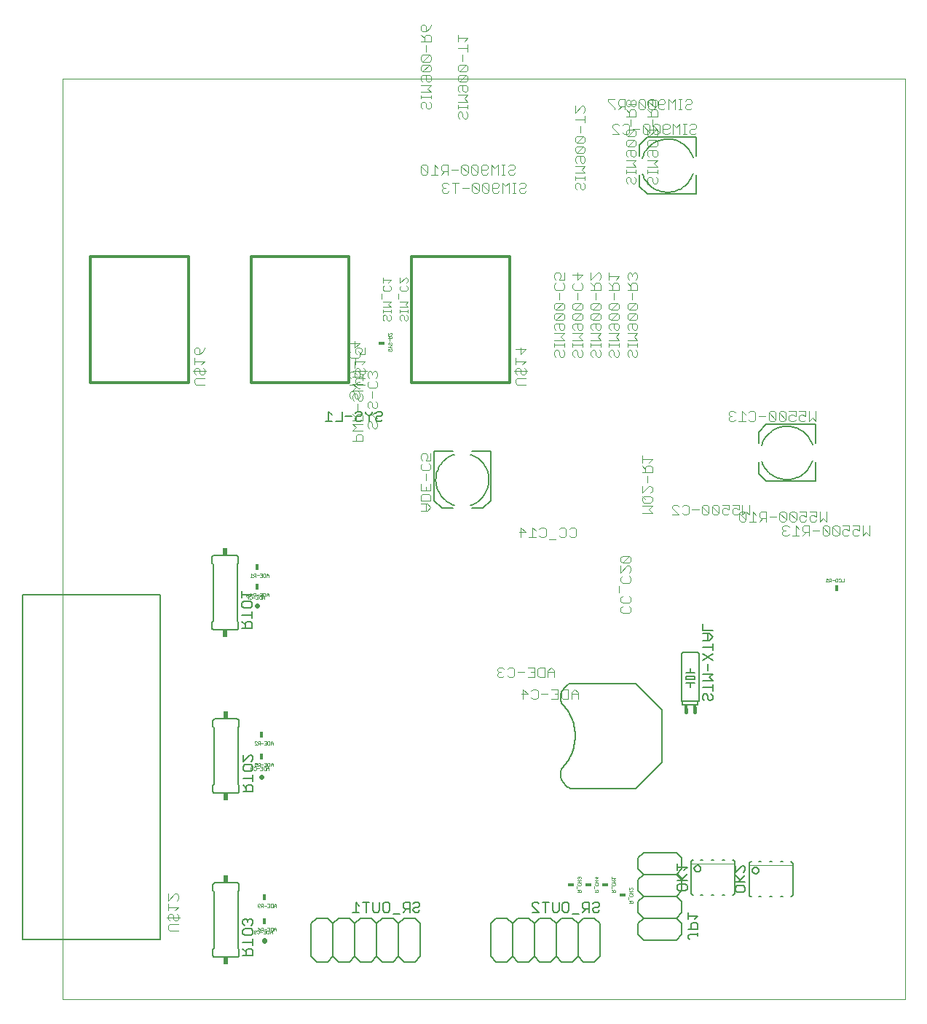
<source format=gbo>
G75*
G70*
%OFA0B0*%
%FSLAX24Y24*%
%IPPOS*%
%LPD*%
%AMOC8*
5,1,8,0,0,1.08239X$1,22.5*
%
%ADD10C,0.0004*%
%ADD11C,0.0040*%
%ADD12C,0.0220*%
%ADD13C,0.0010*%
%ADD14C,0.0080*%
%ADD15C,0.0030*%
%ADD16R,0.0180X0.0300*%
%ADD17R,0.0300X0.0180*%
%ADD18C,0.0060*%
%ADD19C,0.0050*%
%ADD20C,0.0160*%
%ADD21R,0.0160X0.0230*%
%ADD22C,0.0020*%
%ADD23R,0.0240X0.0340*%
%ADD24C,0.0120*%
D10*
X002971Y001207D02*
X041554Y001207D01*
X041554Y043333D01*
X002971Y043333D01*
X002971Y001207D01*
D11*
X007820Y004434D02*
X007820Y004588D01*
X007897Y004664D01*
X008280Y004664D01*
X008204Y004818D02*
X008280Y004895D01*
X008280Y005048D01*
X008204Y005125D01*
X008127Y005278D02*
X008280Y005432D01*
X007820Y005432D01*
X007820Y005585D02*
X007820Y005278D01*
X007897Y005125D02*
X007973Y005125D01*
X008050Y005048D01*
X008050Y004895D01*
X008127Y004818D01*
X008204Y004818D01*
X008357Y004971D02*
X007743Y004971D01*
X007820Y004895D02*
X007820Y005048D01*
X007897Y005125D01*
X007820Y004895D02*
X007897Y004818D01*
X007820Y004434D02*
X007897Y004357D01*
X008280Y004357D01*
X008204Y005739D02*
X008280Y005815D01*
X008280Y005969D01*
X008204Y006046D01*
X008127Y006046D01*
X007820Y005739D01*
X007820Y006046D01*
X022886Y016023D02*
X022962Y015946D01*
X023116Y015946D01*
X023193Y016023D01*
X023346Y016023D02*
X023423Y015946D01*
X023576Y015946D01*
X023653Y016023D01*
X023653Y016330D01*
X023576Y016406D01*
X023423Y016406D01*
X023346Y016330D01*
X023193Y016330D02*
X023116Y016406D01*
X022962Y016406D01*
X022886Y016330D01*
X022886Y016253D01*
X022962Y016176D01*
X022886Y016099D01*
X022886Y016023D01*
X022962Y016176D02*
X023039Y016176D01*
X023806Y016176D02*
X024113Y016176D01*
X024267Y015946D02*
X024574Y015946D01*
X024574Y016406D01*
X024267Y016406D01*
X024420Y016176D02*
X024574Y016176D01*
X024727Y016023D02*
X024727Y016330D01*
X024804Y016406D01*
X025034Y016406D01*
X025034Y015946D01*
X024804Y015946D01*
X024727Y016023D01*
X024658Y015406D02*
X024734Y015330D01*
X024734Y015023D01*
X024658Y014946D01*
X024504Y014946D01*
X024427Y015023D01*
X024274Y015176D02*
X023967Y015176D01*
X024044Y014946D02*
X024044Y015406D01*
X024274Y015176D01*
X024427Y015330D02*
X024504Y015406D01*
X024658Y015406D01*
X024888Y015176D02*
X025195Y015176D01*
X025348Y014946D02*
X025655Y014946D01*
X025655Y015406D01*
X025348Y015406D01*
X025502Y015176D02*
X025655Y015176D01*
X025809Y015023D02*
X025809Y015330D01*
X025885Y015406D01*
X026115Y015406D01*
X026115Y014946D01*
X025885Y014946D01*
X025809Y015023D01*
X026269Y014946D02*
X026269Y015253D01*
X026422Y015406D01*
X026576Y015253D01*
X026576Y014946D01*
X026576Y015176D02*
X026269Y015176D01*
X025495Y015946D02*
X025495Y016253D01*
X025341Y016406D01*
X025188Y016253D01*
X025188Y015946D01*
X025188Y016176D02*
X025495Y016176D01*
X028521Y018969D02*
X028521Y019122D01*
X028598Y019199D01*
X028598Y019353D02*
X028521Y019429D01*
X028521Y019583D01*
X028598Y019660D01*
X028444Y019813D02*
X028444Y020120D01*
X028598Y020273D02*
X028521Y020350D01*
X028521Y020504D01*
X028598Y020580D01*
X028521Y020734D02*
X028828Y021041D01*
X028904Y021041D01*
X028981Y020964D01*
X028981Y020811D01*
X028904Y020734D01*
X028904Y020580D02*
X028981Y020504D01*
X028981Y020350D01*
X028904Y020273D01*
X028598Y020273D01*
X028521Y020734D02*
X028521Y021041D01*
X028598Y021194D02*
X028521Y021271D01*
X028521Y021424D01*
X028598Y021501D01*
X028904Y021501D01*
X028598Y021194D01*
X028904Y021194D01*
X028981Y021271D01*
X028981Y021424D01*
X028904Y021501D01*
X028904Y019660D02*
X028981Y019583D01*
X028981Y019429D01*
X028904Y019353D01*
X028598Y019353D01*
X028904Y019199D02*
X028981Y019122D01*
X028981Y018969D01*
X028904Y018892D01*
X028598Y018892D01*
X028521Y018969D01*
X026402Y022344D02*
X026249Y022344D01*
X026172Y022420D01*
X026018Y022420D02*
X025942Y022344D01*
X025788Y022344D01*
X025711Y022420D01*
X025558Y022267D02*
X025251Y022267D01*
X025098Y022420D02*
X025098Y022727D01*
X025021Y022804D01*
X024867Y022804D01*
X024791Y022727D01*
X024637Y022651D02*
X024484Y022804D01*
X024484Y022344D01*
X024637Y022344D02*
X024330Y022344D01*
X024177Y022574D02*
X023870Y022574D01*
X023947Y022344D02*
X023947Y022804D01*
X024177Y022574D01*
X024791Y022420D02*
X024867Y022344D01*
X025021Y022344D01*
X025098Y022420D01*
X025711Y022727D02*
X025788Y022804D01*
X025942Y022804D01*
X026018Y022727D01*
X026018Y022420D01*
X026172Y022727D02*
X026249Y022804D01*
X026402Y022804D01*
X026479Y022727D01*
X026479Y022420D01*
X026402Y022344D01*
X029503Y023471D02*
X029964Y023471D01*
X029810Y023624D01*
X029964Y023778D01*
X029503Y023778D01*
X029580Y023931D02*
X029503Y024008D01*
X029503Y024161D01*
X029580Y024238D01*
X029887Y024238D01*
X029964Y024161D01*
X029964Y024008D01*
X029887Y023931D01*
X029580Y023931D01*
X029657Y024084D02*
X029503Y024238D01*
X029503Y024391D02*
X029810Y024698D01*
X029887Y024698D01*
X029964Y024622D01*
X029964Y024468D01*
X029887Y024391D01*
X029503Y024391D02*
X029503Y024698D01*
X029734Y024852D02*
X029734Y025159D01*
X029657Y025312D02*
X029657Y025542D01*
X029734Y025619D01*
X029887Y025619D01*
X029964Y025542D01*
X029964Y025312D01*
X029503Y025312D01*
X029657Y025466D02*
X029503Y025619D01*
X029503Y025773D02*
X029503Y026080D01*
X029503Y025926D02*
X029964Y025926D01*
X029810Y025773D01*
X030949Y023837D02*
X031103Y023837D01*
X031179Y023761D01*
X031333Y023761D02*
X031409Y023837D01*
X031563Y023837D01*
X031640Y023761D01*
X031640Y023454D01*
X031563Y023377D01*
X031409Y023377D01*
X031333Y023454D01*
X031179Y023377D02*
X030872Y023684D01*
X030872Y023761D01*
X030949Y023837D01*
X030872Y023377D02*
X031179Y023377D01*
X031793Y023607D02*
X032100Y023607D01*
X032254Y023454D02*
X032330Y023377D01*
X032484Y023377D01*
X032560Y023454D01*
X032254Y023761D01*
X032254Y023454D01*
X032560Y023454D02*
X032560Y023761D01*
X032484Y023837D01*
X032330Y023837D01*
X032254Y023761D01*
X032714Y023761D02*
X033021Y023454D01*
X032944Y023377D01*
X032791Y023377D01*
X032714Y023454D01*
X032714Y023761D01*
X032791Y023837D01*
X032944Y023837D01*
X033021Y023761D01*
X033021Y023454D01*
X033174Y023454D02*
X033251Y023377D01*
X033405Y023377D01*
X033481Y023454D01*
X033481Y023607D02*
X033328Y023684D01*
X033251Y023684D01*
X033174Y023607D01*
X033174Y023454D01*
X033481Y023607D02*
X033481Y023837D01*
X033174Y023837D01*
X033635Y023837D02*
X033942Y023837D01*
X033942Y023607D01*
X033788Y023684D01*
X033711Y023684D01*
X033635Y023607D01*
X033635Y023454D01*
X033711Y023377D01*
X033865Y023377D01*
X033942Y023454D01*
X033956Y023448D02*
X034262Y023141D01*
X034186Y023064D01*
X034032Y023064D01*
X033956Y023141D01*
X033956Y023448D01*
X034032Y023525D01*
X034186Y023525D01*
X034262Y023448D01*
X034262Y023141D01*
X034416Y023064D02*
X034723Y023064D01*
X034876Y023064D02*
X035030Y023218D01*
X034953Y023218D02*
X035183Y023218D01*
X035183Y023064D02*
X035183Y023525D01*
X034953Y023525D01*
X034876Y023448D01*
X034876Y023295D01*
X034953Y023218D01*
X034723Y023371D02*
X034569Y023525D01*
X034569Y023064D01*
X034402Y023377D02*
X034249Y023531D01*
X034095Y023377D01*
X034095Y023837D01*
X034402Y023837D02*
X034402Y023377D01*
X035337Y023295D02*
X035644Y023295D01*
X035797Y023448D02*
X036104Y023141D01*
X036027Y023064D01*
X035874Y023064D01*
X035797Y023141D01*
X035797Y023448D01*
X035874Y023525D01*
X036027Y023525D01*
X036104Y023448D01*
X036104Y023141D01*
X036257Y023141D02*
X036334Y023064D01*
X036488Y023064D01*
X036564Y023141D01*
X036257Y023448D01*
X036257Y023141D01*
X036154Y022885D02*
X036001Y022885D01*
X035924Y022808D01*
X035924Y022732D01*
X036001Y022655D01*
X035924Y022578D01*
X035924Y022501D01*
X036001Y022425D01*
X036154Y022425D01*
X036231Y022501D01*
X036384Y022425D02*
X036691Y022425D01*
X036538Y022425D02*
X036538Y022885D01*
X036691Y022732D01*
X036845Y022808D02*
X036845Y022655D01*
X036922Y022578D01*
X037152Y022578D01*
X037152Y022425D02*
X037152Y022885D01*
X036922Y022885D01*
X036845Y022808D01*
X036795Y023064D02*
X036948Y023064D01*
X037025Y023141D01*
X037178Y023141D02*
X037255Y023064D01*
X037408Y023064D01*
X037485Y023141D01*
X037485Y023295D02*
X037332Y023371D01*
X037255Y023371D01*
X037178Y023295D01*
X037178Y023141D01*
X037025Y023295D02*
X036871Y023371D01*
X036795Y023371D01*
X036718Y023295D01*
X036718Y023141D01*
X036795Y023064D01*
X036564Y023141D02*
X036564Y023448D01*
X036488Y023525D01*
X036334Y023525D01*
X036257Y023448D01*
X036718Y023525D02*
X037025Y023525D01*
X037025Y023295D01*
X037178Y023525D02*
X037485Y023525D01*
X037485Y023295D01*
X037639Y023525D02*
X037639Y023064D01*
X037792Y023218D01*
X037946Y023064D01*
X037946Y023525D01*
X037996Y022885D02*
X037842Y022885D01*
X037766Y022808D01*
X038073Y022501D01*
X037996Y022425D01*
X037842Y022425D01*
X037766Y022501D01*
X037766Y022808D01*
X037612Y022655D02*
X037305Y022655D01*
X036998Y022578D02*
X036845Y022425D01*
X036231Y022808D02*
X036154Y022885D01*
X036077Y022655D02*
X036001Y022655D01*
X037996Y022885D02*
X038073Y022808D01*
X038073Y022501D01*
X038226Y022501D02*
X038303Y022425D01*
X038456Y022425D01*
X038533Y022501D01*
X038226Y022808D01*
X038226Y022501D01*
X038533Y022501D02*
X038533Y022808D01*
X038456Y022885D01*
X038303Y022885D01*
X038226Y022808D01*
X038686Y022885D02*
X038993Y022885D01*
X038993Y022655D01*
X038840Y022732D01*
X038763Y022732D01*
X038686Y022655D01*
X038686Y022501D01*
X038763Y022425D01*
X038917Y022425D01*
X038993Y022501D01*
X039147Y022501D02*
X039224Y022425D01*
X039377Y022425D01*
X039454Y022501D01*
X039454Y022655D02*
X039300Y022732D01*
X039224Y022732D01*
X039147Y022655D01*
X039147Y022501D01*
X039454Y022655D02*
X039454Y022885D01*
X039147Y022885D01*
X039607Y022885D02*
X039607Y022425D01*
X039761Y022578D01*
X039914Y022425D01*
X039914Y022885D01*
X037455Y027657D02*
X037302Y027810D01*
X037148Y027657D01*
X037148Y028117D01*
X036995Y028117D02*
X036995Y027887D01*
X036841Y027964D01*
X036765Y027964D01*
X036688Y027887D01*
X036688Y027733D01*
X036765Y027657D01*
X036918Y027657D01*
X036995Y027733D01*
X036995Y028117D02*
X036688Y028117D01*
X036534Y028117D02*
X036534Y027887D01*
X036381Y027964D01*
X036304Y027964D01*
X036227Y027887D01*
X036227Y027733D01*
X036304Y027657D01*
X036458Y027657D01*
X036534Y027733D01*
X036534Y028117D02*
X036227Y028117D01*
X036074Y028040D02*
X035997Y028117D01*
X035844Y028117D01*
X035767Y028040D01*
X036074Y027733D01*
X035997Y027657D01*
X035844Y027657D01*
X035767Y027733D01*
X035767Y028040D01*
X035614Y028040D02*
X035614Y027733D01*
X035307Y028040D01*
X035307Y027733D01*
X035383Y027657D01*
X035537Y027657D01*
X035614Y027733D01*
X035614Y028040D02*
X035537Y028117D01*
X035383Y028117D01*
X035307Y028040D01*
X035153Y027887D02*
X034846Y027887D01*
X034693Y028040D02*
X034693Y027733D01*
X034616Y027657D01*
X034463Y027657D01*
X034386Y027733D01*
X034232Y027657D02*
X033926Y027657D01*
X034079Y027657D02*
X034079Y028117D01*
X034232Y027964D01*
X034386Y028040D02*
X034463Y028117D01*
X034616Y028117D01*
X034693Y028040D01*
X033772Y028040D02*
X033695Y028117D01*
X033542Y028117D01*
X033465Y028040D01*
X033465Y027964D01*
X033542Y027887D01*
X033465Y027810D01*
X033465Y027733D01*
X033542Y027657D01*
X033695Y027657D01*
X033772Y027733D01*
X033619Y027887D02*
X033542Y027887D01*
X036074Y027733D02*
X036074Y028040D01*
X037455Y028117D02*
X037455Y027657D01*
X029292Y030680D02*
X029215Y030603D01*
X029139Y030603D01*
X029062Y030680D01*
X029062Y030834D01*
X028985Y030910D01*
X028909Y030910D01*
X028832Y030834D01*
X028832Y030680D01*
X028909Y030603D01*
X029292Y030680D02*
X029292Y030834D01*
X029215Y030910D01*
X029292Y031064D02*
X029292Y031217D01*
X029292Y031141D02*
X028832Y031141D01*
X028832Y031217D02*
X028832Y031064D01*
X028832Y031371D02*
X029292Y031371D01*
X029139Y031524D01*
X029292Y031678D01*
X028832Y031678D01*
X028909Y031831D02*
X028832Y031908D01*
X028832Y032061D01*
X028909Y032138D01*
X029215Y032138D01*
X029292Y032061D01*
X029292Y031908D01*
X029215Y031831D01*
X029139Y031831D01*
X029062Y031908D01*
X029062Y032138D01*
X028909Y032292D02*
X029215Y032292D01*
X029292Y032368D01*
X029292Y032522D01*
X029215Y032598D01*
X028909Y032292D01*
X028832Y032368D01*
X028832Y032522D01*
X028909Y032598D01*
X029215Y032598D01*
X029215Y032752D02*
X029292Y032829D01*
X029292Y032982D01*
X029215Y033059D01*
X028909Y032752D01*
X028832Y032829D01*
X028832Y032982D01*
X028909Y033059D01*
X029215Y033059D01*
X029062Y033212D02*
X029062Y033519D01*
X028985Y033673D02*
X028985Y033903D01*
X029062Y033980D01*
X029215Y033980D01*
X029292Y033903D01*
X029292Y033673D01*
X028832Y033673D01*
X028985Y033826D02*
X028832Y033980D01*
X028909Y034133D02*
X028832Y034210D01*
X028832Y034363D01*
X028909Y034440D01*
X028985Y034440D01*
X029062Y034363D01*
X029062Y034287D01*
X029062Y034363D02*
X029139Y034440D01*
X029215Y034440D01*
X029292Y034363D01*
X029292Y034210D01*
X029215Y034133D01*
X028456Y034287D02*
X027995Y034287D01*
X027995Y034440D02*
X027995Y034133D01*
X027995Y033980D02*
X028149Y033826D01*
X028149Y033903D02*
X028149Y033673D01*
X027995Y033673D02*
X028456Y033673D01*
X028456Y033903D01*
X028379Y033980D01*
X028225Y033980D01*
X028149Y033903D01*
X028302Y034133D02*
X028456Y034287D01*
X028225Y033519D02*
X028225Y033212D01*
X028072Y033059D02*
X028379Y033059D01*
X028072Y032752D01*
X027995Y032829D01*
X027995Y032982D01*
X028072Y033059D01*
X028379Y033059D02*
X028456Y032982D01*
X028456Y032829D01*
X028379Y032752D01*
X028072Y032752D01*
X028072Y032598D02*
X027995Y032522D01*
X027995Y032368D01*
X028072Y032292D01*
X028379Y032598D01*
X028072Y032598D01*
X028072Y032292D02*
X028379Y032292D01*
X028456Y032368D01*
X028456Y032522D01*
X028379Y032598D01*
X028379Y032138D02*
X028072Y032138D01*
X027995Y032061D01*
X027995Y031908D01*
X028072Y031831D01*
X027995Y031678D02*
X028456Y031678D01*
X028302Y031524D01*
X028456Y031371D01*
X027995Y031371D01*
X027995Y031217D02*
X027995Y031064D01*
X027995Y031141D02*
X028456Y031141D01*
X028456Y031217D02*
X028456Y031064D01*
X028379Y030910D02*
X028456Y030834D01*
X028456Y030680D01*
X028379Y030603D01*
X028302Y030603D01*
X028225Y030680D01*
X028225Y030834D01*
X028149Y030910D01*
X028072Y030910D01*
X027995Y030834D01*
X027995Y030680D01*
X028072Y030603D01*
X027619Y030680D02*
X027619Y030834D01*
X027542Y030910D01*
X027389Y030834D02*
X027312Y030910D01*
X027235Y030910D01*
X027159Y030834D01*
X027159Y030680D01*
X027235Y030603D01*
X027389Y030680D02*
X027389Y030834D01*
X027389Y030680D02*
X027466Y030603D01*
X027542Y030603D01*
X027619Y030680D01*
X027619Y031064D02*
X027619Y031217D01*
X027619Y031141D02*
X027159Y031141D01*
X027159Y031217D02*
X027159Y031064D01*
X027159Y031371D02*
X027619Y031371D01*
X027466Y031524D01*
X027619Y031678D01*
X027159Y031678D01*
X027235Y031831D02*
X027159Y031908D01*
X027159Y032061D01*
X027235Y032138D01*
X027542Y032138D01*
X027619Y032061D01*
X027619Y031908D01*
X027542Y031831D01*
X027466Y031831D01*
X027389Y031908D01*
X027389Y032138D01*
X027542Y032292D02*
X027619Y032368D01*
X027619Y032522D01*
X027542Y032598D01*
X027235Y032292D01*
X027159Y032368D01*
X027159Y032522D01*
X027235Y032598D01*
X027542Y032598D01*
X027542Y032752D02*
X027619Y032829D01*
X027619Y032982D01*
X027542Y033059D01*
X027235Y032752D01*
X027159Y032829D01*
X027159Y032982D01*
X027235Y033059D01*
X027542Y033059D01*
X027389Y033212D02*
X027389Y033519D01*
X027312Y033673D02*
X027312Y033903D01*
X027389Y033980D01*
X027542Y033980D01*
X027619Y033903D01*
X027619Y033673D01*
X027159Y033673D01*
X027312Y033826D02*
X027159Y033980D01*
X027159Y034133D02*
X027466Y034440D01*
X027542Y034440D01*
X027619Y034363D01*
X027619Y034210D01*
X027542Y034133D01*
X027159Y034133D02*
X027159Y034440D01*
X026782Y034363D02*
X026552Y034133D01*
X026552Y034440D01*
X026322Y034363D02*
X026782Y034363D01*
X026706Y033980D02*
X026782Y033903D01*
X026782Y033749D01*
X026706Y033673D01*
X026399Y033673D01*
X026322Y033749D01*
X026322Y033903D01*
X026399Y033980D01*
X025946Y033903D02*
X025946Y033749D01*
X025869Y033673D01*
X025562Y033673D01*
X025485Y033749D01*
X025485Y033903D01*
X025562Y033980D01*
X025562Y034133D02*
X025485Y034210D01*
X025485Y034363D01*
X025562Y034440D01*
X025716Y034440D01*
X025792Y034363D01*
X025792Y034287D01*
X025716Y034133D01*
X025946Y034133D01*
X025946Y034440D01*
X025869Y033980D02*
X025946Y033903D01*
X025716Y033519D02*
X025716Y033212D01*
X025869Y033059D02*
X025562Y032752D01*
X025485Y032829D01*
X025485Y032982D01*
X025562Y033059D01*
X025869Y033059D01*
X025946Y032982D01*
X025946Y032829D01*
X025869Y032752D01*
X025562Y032752D01*
X025562Y032598D02*
X025485Y032522D01*
X025485Y032368D01*
X025562Y032292D01*
X025869Y032598D01*
X025562Y032598D01*
X025562Y032292D02*
X025869Y032292D01*
X025946Y032368D01*
X025946Y032522D01*
X025869Y032598D01*
X026322Y032522D02*
X026322Y032368D01*
X026399Y032292D01*
X026706Y032598D01*
X026399Y032598D01*
X026322Y032522D01*
X026399Y032752D02*
X026706Y033059D01*
X026399Y033059D01*
X026322Y032982D01*
X026322Y032829D01*
X026399Y032752D01*
X026706Y032752D01*
X026782Y032829D01*
X026782Y032982D01*
X026706Y033059D01*
X026552Y033212D02*
X026552Y033519D01*
X026706Y032598D02*
X026782Y032522D01*
X026782Y032368D01*
X026706Y032292D01*
X026399Y032292D01*
X026399Y032138D02*
X026706Y032138D01*
X026782Y032061D01*
X026782Y031908D01*
X026706Y031831D01*
X026629Y031831D01*
X026552Y031908D01*
X026552Y032138D01*
X026399Y032138D02*
X026322Y032061D01*
X026322Y031908D01*
X026399Y031831D01*
X026322Y031678D02*
X026782Y031678D01*
X026629Y031524D01*
X026782Y031371D01*
X026322Y031371D01*
X026322Y031217D02*
X026322Y031064D01*
X026322Y031141D02*
X026782Y031141D01*
X026782Y031217D02*
X026782Y031064D01*
X026706Y030910D02*
X026782Y030834D01*
X026782Y030680D01*
X026706Y030603D01*
X026629Y030603D01*
X026552Y030680D01*
X026552Y030834D01*
X026475Y030910D01*
X026399Y030910D01*
X026322Y030834D01*
X026322Y030680D01*
X026399Y030603D01*
X025946Y030680D02*
X025946Y030834D01*
X025869Y030910D01*
X025716Y030834D02*
X025639Y030910D01*
X025562Y030910D01*
X025485Y030834D01*
X025485Y030680D01*
X025562Y030603D01*
X025716Y030680D02*
X025716Y030834D01*
X025716Y030680D02*
X025792Y030603D01*
X025869Y030603D01*
X025946Y030680D01*
X025946Y031064D02*
X025946Y031217D01*
X025946Y031141D02*
X025485Y031141D01*
X025485Y031217D02*
X025485Y031064D01*
X025485Y031371D02*
X025946Y031371D01*
X025792Y031524D01*
X025946Y031678D01*
X025485Y031678D01*
X025562Y031831D02*
X025485Y031908D01*
X025485Y032061D01*
X025562Y032138D01*
X025869Y032138D01*
X025946Y032061D01*
X025946Y031908D01*
X025869Y031831D01*
X025792Y031831D01*
X025716Y031908D01*
X025716Y032138D01*
X027235Y032292D02*
X027542Y032292D01*
X027542Y032752D02*
X027235Y032752D01*
X028225Y032138D02*
X028225Y031908D01*
X028302Y031831D01*
X028379Y031831D01*
X028456Y031908D01*
X028456Y032061D01*
X028379Y032138D01*
X028909Y032752D02*
X029215Y032752D01*
X024180Y030941D02*
X023950Y030711D01*
X023950Y031018D01*
X023720Y030941D02*
X024180Y030941D01*
X024180Y030404D02*
X023720Y030404D01*
X023720Y030251D02*
X023720Y030558D01*
X024027Y030251D02*
X024180Y030404D01*
X024103Y030097D02*
X024180Y030020D01*
X024180Y029867D01*
X024103Y029790D01*
X024027Y029790D01*
X023950Y029867D01*
X023950Y030020D01*
X023873Y030097D01*
X023796Y030097D01*
X023720Y030020D01*
X023720Y029867D01*
X023796Y029790D01*
X023796Y029637D02*
X024180Y029637D01*
X024180Y029330D02*
X023796Y029330D01*
X023720Y029407D01*
X023720Y029560D01*
X023796Y029637D01*
X023643Y029944D02*
X024257Y029944D01*
X019830Y026178D02*
X019830Y025871D01*
X019599Y025871D01*
X019676Y026025D01*
X019676Y026102D01*
X019599Y026178D01*
X019446Y026178D01*
X019369Y026102D01*
X019369Y025948D01*
X019446Y025871D01*
X019446Y025718D02*
X019369Y025641D01*
X019369Y025488D01*
X019446Y025411D01*
X019753Y025411D01*
X019830Y025488D01*
X019830Y025641D01*
X019753Y025718D01*
X019599Y025258D02*
X019599Y024951D01*
X019369Y024797D02*
X019369Y024490D01*
X019830Y024490D01*
X019830Y024797D01*
X019599Y024644D02*
X019599Y024490D01*
X019446Y024337D02*
X019753Y024337D01*
X019830Y024260D01*
X019830Y024030D01*
X019369Y024030D01*
X019369Y024260D01*
X019446Y024337D01*
X019369Y023876D02*
X019676Y023876D01*
X019830Y023723D01*
X019676Y023569D01*
X019369Y023569D01*
X019599Y023569D02*
X019599Y023876D01*
X016712Y026764D02*
X016712Y026994D01*
X016636Y027071D01*
X016482Y027071D01*
X016406Y026994D01*
X016406Y026764D01*
X016252Y026764D02*
X016712Y026764D01*
X016712Y027224D02*
X016252Y027224D01*
X016406Y027377D01*
X016252Y027531D01*
X016712Y027531D01*
X016712Y027684D02*
X016712Y027915D01*
X016636Y027991D01*
X016482Y027991D01*
X016406Y027915D01*
X016406Y027684D01*
X016406Y027838D02*
X016252Y027991D01*
X016482Y028145D02*
X016482Y028452D01*
X016559Y028605D02*
X016482Y028682D01*
X016482Y028835D01*
X016406Y028912D01*
X016329Y028912D01*
X016252Y028835D01*
X016252Y028682D01*
X016329Y028605D01*
X016421Y028705D02*
X016344Y028782D01*
X016344Y028935D01*
X016268Y029012D01*
X016191Y029012D01*
X016114Y028935D01*
X016114Y028782D01*
X016191Y028705D01*
X016421Y028705D02*
X016498Y028705D01*
X016575Y028782D01*
X016575Y028935D01*
X016498Y029012D01*
X016498Y029166D02*
X016344Y029319D01*
X016114Y029319D01*
X016252Y029372D02*
X016712Y029372D01*
X016828Y029330D02*
X016444Y029330D01*
X016367Y029407D01*
X016367Y029560D01*
X016444Y029637D01*
X016828Y029637D01*
X016712Y029679D02*
X016252Y029679D01*
X016191Y029626D02*
X016114Y029703D01*
X016114Y029856D01*
X016191Y029933D01*
X016268Y029933D01*
X016344Y029856D01*
X016344Y029703D01*
X016421Y029626D01*
X016498Y029626D01*
X016575Y029703D01*
X016575Y029856D01*
X016498Y029933D01*
X016597Y029867D02*
X016674Y029790D01*
X016751Y029790D01*
X016828Y029867D01*
X016828Y030020D01*
X016751Y030097D01*
X016597Y030020D02*
X016597Y029867D01*
X016712Y029833D02*
X016712Y029526D01*
X016575Y029473D02*
X016498Y029473D01*
X016344Y029319D01*
X016252Y029372D02*
X016406Y029219D01*
X016252Y029066D01*
X016712Y029066D01*
X016575Y029166D02*
X016498Y029166D01*
X016636Y028912D02*
X016712Y028835D01*
X016712Y028682D01*
X016636Y028605D01*
X016559Y028605D01*
X016931Y028488D02*
X016931Y028335D01*
X017008Y028258D01*
X017161Y028335D02*
X017161Y028488D01*
X017085Y028565D01*
X017008Y028565D01*
X016931Y028488D01*
X017161Y028335D02*
X017238Y028258D01*
X017315Y028258D01*
X017392Y028335D01*
X017392Y028488D01*
X017315Y028565D01*
X017161Y028718D02*
X017161Y029025D01*
X017008Y029179D02*
X016931Y029255D01*
X016931Y029409D01*
X017008Y029486D01*
X017008Y029639D02*
X016931Y029716D01*
X016931Y029869D01*
X017008Y029946D01*
X017085Y029946D01*
X017161Y029869D01*
X017161Y029793D01*
X017161Y029869D02*
X017238Y029946D01*
X017315Y029946D01*
X017392Y029869D01*
X017392Y029716D01*
X017315Y029639D01*
X017315Y029486D02*
X017392Y029409D01*
X017392Y029255D01*
X017315Y029179D01*
X017008Y029179D01*
X016904Y029944D02*
X016291Y029944D01*
X016367Y030020D02*
X016444Y030097D01*
X016521Y030097D01*
X016597Y030020D01*
X016367Y030020D02*
X016367Y029867D01*
X016444Y029790D01*
X016344Y030086D02*
X016344Y030393D01*
X016367Y030404D02*
X016828Y030404D01*
X016674Y030251D01*
X016367Y030251D02*
X016367Y030558D01*
X016498Y030547D02*
X016191Y030547D01*
X016114Y030624D01*
X016114Y030777D01*
X016191Y030854D01*
X016367Y030788D02*
X016444Y030711D01*
X016367Y030788D02*
X016367Y030941D01*
X016444Y031018D01*
X016597Y031018D01*
X016674Y030941D01*
X016674Y030864D01*
X016597Y030711D01*
X016828Y030711D01*
X016828Y031018D01*
X016575Y031237D02*
X016344Y031007D01*
X016344Y031314D01*
X016114Y031237D02*
X016575Y031237D01*
X016498Y030854D02*
X016575Y030777D01*
X016575Y030624D01*
X016498Y030547D01*
X017315Y028104D02*
X017161Y027951D01*
X016931Y027951D01*
X017161Y027951D02*
X017315Y027798D01*
X017392Y027798D01*
X017315Y027644D02*
X017392Y027567D01*
X017392Y027414D01*
X017315Y027337D01*
X017238Y027337D01*
X017161Y027414D01*
X017161Y027567D01*
X017085Y027644D01*
X017008Y027644D01*
X016931Y027567D01*
X016931Y027414D01*
X017008Y027337D01*
X016712Y027684D02*
X016252Y027684D01*
X017315Y028104D02*
X017392Y028104D01*
X009475Y029330D02*
X009092Y029330D01*
X009015Y029407D01*
X009015Y029560D01*
X009092Y029637D01*
X009475Y029637D01*
X009399Y029790D02*
X009475Y029867D01*
X009475Y030020D01*
X009399Y030097D01*
X009245Y030020D02*
X009245Y029867D01*
X009322Y029790D01*
X009399Y029790D01*
X009552Y029944D02*
X008938Y029944D01*
X009015Y030020D02*
X009092Y030097D01*
X009168Y030097D01*
X009245Y030020D01*
X009015Y030020D02*
X009015Y029867D01*
X009092Y029790D01*
X009015Y030251D02*
X009015Y030558D01*
X009015Y030404D02*
X009475Y030404D01*
X009322Y030251D01*
X009245Y030711D02*
X009092Y030711D01*
X009015Y030788D01*
X009015Y030941D01*
X009092Y031018D01*
X009168Y031018D01*
X009245Y030941D01*
X009245Y030711D01*
X009399Y030864D01*
X009475Y031018D01*
X019384Y039007D02*
X019460Y038931D01*
X019614Y038931D01*
X019691Y039007D01*
X019384Y039314D01*
X019384Y039007D01*
X019691Y039007D02*
X019691Y039314D01*
X019614Y039391D01*
X019460Y039391D01*
X019384Y039314D01*
X019844Y038931D02*
X020151Y038931D01*
X020304Y038931D02*
X020458Y039084D01*
X020381Y039084D02*
X020611Y039084D01*
X020611Y038931D02*
X020611Y039391D01*
X020381Y039391D01*
X020304Y039314D01*
X020304Y039161D01*
X020381Y039084D01*
X020151Y039238D02*
X019998Y039391D01*
X019998Y038931D01*
X020424Y038563D02*
X020347Y038486D01*
X020347Y038409D01*
X020424Y038333D01*
X020347Y038256D01*
X020347Y038179D01*
X020424Y038102D01*
X020577Y038102D01*
X020654Y038179D01*
X020500Y038333D02*
X020424Y038333D01*
X020424Y038563D02*
X020577Y038563D01*
X020654Y038486D01*
X020807Y038563D02*
X021114Y038563D01*
X020961Y038563D02*
X020961Y038102D01*
X021268Y038333D02*
X021575Y038333D01*
X021728Y038486D02*
X022035Y038179D01*
X021958Y038102D01*
X021805Y038102D01*
X021728Y038179D01*
X021728Y038486D01*
X021805Y038563D01*
X021958Y038563D01*
X022035Y038486D01*
X022035Y038179D01*
X022188Y038179D02*
X022265Y038102D01*
X022419Y038102D01*
X022495Y038179D01*
X022188Y038486D01*
X022188Y038179D01*
X022188Y038486D02*
X022265Y038563D01*
X022419Y038563D01*
X022495Y038486D01*
X022495Y038179D01*
X022649Y038179D02*
X022649Y038486D01*
X022726Y038563D01*
X022879Y038563D01*
X022956Y038486D01*
X022956Y038409D01*
X022879Y038333D01*
X022649Y038333D01*
X022649Y038179D02*
X022726Y038102D01*
X022879Y038102D01*
X022956Y038179D01*
X023109Y038102D02*
X023109Y038563D01*
X023263Y038409D01*
X023416Y038563D01*
X023416Y038102D01*
X023570Y038102D02*
X023723Y038102D01*
X023646Y038102D02*
X023646Y038563D01*
X023570Y038563D02*
X023723Y038563D01*
X023877Y038486D02*
X023953Y038563D01*
X024107Y038563D01*
X024183Y038486D01*
X024183Y038409D01*
X024107Y038333D01*
X023953Y038333D01*
X023877Y038256D01*
X023877Y038179D01*
X023953Y038102D01*
X024107Y038102D01*
X024183Y038179D01*
X023604Y038931D02*
X023681Y039007D01*
X023604Y038931D02*
X023450Y038931D01*
X023374Y039007D01*
X023374Y039084D01*
X023450Y039161D01*
X023604Y039161D01*
X023681Y039238D01*
X023681Y039314D01*
X023604Y039391D01*
X023450Y039391D01*
X023374Y039314D01*
X023220Y039391D02*
X023067Y039391D01*
X023144Y039391D02*
X023144Y038931D01*
X023220Y038931D02*
X023067Y038931D01*
X022913Y038931D02*
X022913Y039391D01*
X022760Y039238D01*
X022606Y039391D01*
X022606Y038931D01*
X022453Y039007D02*
X022376Y038931D01*
X022223Y038931D01*
X022146Y039007D01*
X022146Y039314D01*
X022223Y039391D01*
X022376Y039391D01*
X022453Y039314D01*
X022453Y039238D01*
X022376Y039161D01*
X022146Y039161D01*
X021993Y039314D02*
X021916Y039391D01*
X021762Y039391D01*
X021686Y039314D01*
X021993Y039007D01*
X021916Y038931D01*
X021762Y038931D01*
X021686Y039007D01*
X021686Y039314D01*
X021532Y039314D02*
X021455Y039391D01*
X021302Y039391D01*
X021225Y039314D01*
X021532Y039007D01*
X021455Y038931D01*
X021302Y038931D01*
X021225Y039007D01*
X021225Y039314D01*
X021072Y039161D02*
X020765Y039161D01*
X021532Y039007D02*
X021532Y039314D01*
X021993Y039314D02*
X021993Y039007D01*
X021448Y041501D02*
X021371Y041501D01*
X021294Y041578D01*
X021294Y041731D01*
X021218Y041808D01*
X021141Y041808D01*
X021064Y041731D01*
X021064Y041578D01*
X021141Y041501D01*
X021448Y041501D02*
X021524Y041578D01*
X021524Y041731D01*
X021448Y041808D01*
X021524Y041961D02*
X021524Y042115D01*
X021524Y042038D02*
X021064Y042038D01*
X021064Y041961D02*
X021064Y042115D01*
X021064Y042268D02*
X021524Y042268D01*
X021371Y042422D01*
X021524Y042575D01*
X021064Y042575D01*
X021141Y042729D02*
X021064Y042806D01*
X021064Y042959D01*
X021141Y043036D01*
X021448Y043036D01*
X021524Y042959D01*
X021524Y042806D01*
X021448Y042729D01*
X021371Y042729D01*
X021294Y042806D01*
X021294Y043036D01*
X021141Y043189D02*
X021448Y043496D01*
X021141Y043496D01*
X021064Y043419D01*
X021064Y043266D01*
X021141Y043189D01*
X021448Y043189D01*
X021524Y043266D01*
X021524Y043419D01*
X021448Y043496D01*
X021448Y043650D02*
X021141Y043650D01*
X021448Y043957D01*
X021141Y043957D01*
X021064Y043880D01*
X021064Y043726D01*
X021141Y043650D01*
X021448Y043650D02*
X021524Y043726D01*
X021524Y043880D01*
X021448Y043957D01*
X021294Y044110D02*
X021294Y044417D01*
X021524Y044570D02*
X021524Y044877D01*
X021524Y044724D02*
X021064Y044724D01*
X021064Y045031D02*
X021064Y045338D01*
X021064Y045184D02*
X021524Y045184D01*
X021371Y045031D01*
X019843Y045021D02*
X019843Y045251D01*
X019767Y045328D01*
X019613Y045328D01*
X019536Y045251D01*
X019536Y045021D01*
X019383Y045021D02*
X019843Y045021D01*
X019613Y044868D02*
X019613Y044561D01*
X019460Y044407D02*
X019383Y044331D01*
X019383Y044177D01*
X019460Y044100D01*
X019767Y044407D01*
X019460Y044407D01*
X019460Y044100D02*
X019767Y044100D01*
X019843Y044177D01*
X019843Y044331D01*
X019767Y044407D01*
X019767Y043947D02*
X019460Y043640D01*
X019383Y043717D01*
X019383Y043870D01*
X019460Y043947D01*
X019767Y043947D01*
X019843Y043870D01*
X019843Y043717D01*
X019767Y043640D01*
X019460Y043640D01*
X019460Y043487D02*
X019767Y043487D01*
X019843Y043410D01*
X019843Y043256D01*
X019767Y043180D01*
X019690Y043180D01*
X019613Y043256D01*
X019613Y043487D01*
X019460Y043487D02*
X019383Y043410D01*
X019383Y043256D01*
X019460Y043180D01*
X019383Y043026D02*
X019843Y043026D01*
X019690Y042873D01*
X019843Y042719D01*
X019383Y042719D01*
X019383Y042566D02*
X019383Y042412D01*
X019383Y042489D02*
X019843Y042489D01*
X019843Y042412D02*
X019843Y042566D01*
X019767Y042259D02*
X019843Y042182D01*
X019843Y042029D01*
X019767Y041952D01*
X019690Y041952D01*
X019613Y042029D01*
X019613Y042182D01*
X019536Y042259D01*
X019460Y042259D01*
X019383Y042182D01*
X019383Y042029D01*
X019460Y041952D01*
X019536Y045175D02*
X019383Y045328D01*
X019460Y045482D02*
X019383Y045558D01*
X019383Y045712D01*
X019460Y045788D01*
X019536Y045788D01*
X019613Y045712D01*
X019613Y045482D01*
X019460Y045482D01*
X019613Y045482D02*
X019767Y045635D01*
X019843Y045788D01*
X026436Y042080D02*
X026436Y041773D01*
X026743Y042080D01*
X026820Y042080D01*
X026897Y042003D01*
X026897Y041850D01*
X026820Y041773D01*
X026897Y041620D02*
X026897Y041313D01*
X026897Y041466D02*
X026436Y041466D01*
X026666Y041159D02*
X026666Y040852D01*
X026513Y040699D02*
X026436Y040622D01*
X026436Y040469D01*
X026513Y040392D01*
X026820Y040699D01*
X026513Y040699D01*
X026820Y040699D02*
X026897Y040622D01*
X026897Y040469D01*
X026820Y040392D01*
X026513Y040392D01*
X026513Y040238D02*
X026436Y040162D01*
X026436Y040008D01*
X026513Y039931D01*
X026820Y040238D01*
X026513Y040238D01*
X026513Y039931D02*
X026820Y039931D01*
X026897Y040008D01*
X026897Y040162D01*
X026820Y040238D01*
X026820Y039778D02*
X026897Y039701D01*
X026897Y039548D01*
X026820Y039471D01*
X026743Y039471D01*
X026666Y039548D01*
X026666Y039778D01*
X026513Y039778D02*
X026820Y039778D01*
X026513Y039778D02*
X026436Y039701D01*
X026436Y039548D01*
X026513Y039471D01*
X026436Y039318D02*
X026897Y039318D01*
X026743Y039164D01*
X026897Y039011D01*
X026436Y039011D01*
X026436Y038857D02*
X026436Y038704D01*
X026436Y038780D02*
X026897Y038780D01*
X026897Y038704D02*
X026897Y038857D01*
X026820Y038550D02*
X026897Y038474D01*
X026897Y038320D01*
X026820Y038243D01*
X026743Y038243D01*
X026666Y038320D01*
X026666Y038474D01*
X026590Y038550D01*
X026513Y038550D01*
X026436Y038474D01*
X026436Y038320D01*
X026513Y038243D01*
X028767Y038607D02*
X028844Y038531D01*
X028767Y038607D02*
X028767Y038761D01*
X028844Y038838D01*
X028920Y038838D01*
X028997Y038761D01*
X028997Y038607D01*
X029074Y038531D01*
X029151Y038531D01*
X029227Y038607D01*
X029227Y038761D01*
X029151Y038838D01*
X029227Y038991D02*
X029227Y039145D01*
X029227Y039068D02*
X028767Y039068D01*
X028767Y038991D02*
X028767Y039145D01*
X028767Y039298D02*
X029227Y039298D01*
X029074Y039451D01*
X029227Y039605D01*
X028767Y039605D01*
X028844Y039758D02*
X028767Y039835D01*
X028767Y039989D01*
X028844Y040065D01*
X029151Y040065D01*
X029227Y039989D01*
X029227Y039835D01*
X029151Y039758D01*
X029074Y039758D01*
X028997Y039835D01*
X028997Y040065D01*
X028844Y040219D02*
X029151Y040219D01*
X029227Y040296D01*
X029227Y040449D01*
X029151Y040526D01*
X028844Y040219D01*
X028767Y040296D01*
X028767Y040449D01*
X028844Y040526D01*
X029151Y040526D01*
X029151Y040679D02*
X029227Y040756D01*
X029227Y040909D01*
X029151Y040986D01*
X028844Y040679D01*
X028767Y040756D01*
X028767Y040909D01*
X028844Y040986D01*
X029151Y040986D01*
X029077Y041027D02*
X029384Y041027D01*
X029537Y041180D02*
X029844Y040873D01*
X029767Y040796D01*
X029614Y040796D01*
X029537Y040873D01*
X029537Y041180D01*
X029614Y041257D01*
X029767Y041257D01*
X029844Y041180D01*
X029844Y040873D01*
X029751Y040909D02*
X029828Y040986D01*
X030135Y040986D01*
X029828Y040679D01*
X029751Y040756D01*
X029751Y040909D01*
X029828Y040679D02*
X030135Y040679D01*
X030211Y040756D01*
X030211Y040909D01*
X030135Y040986D01*
X029998Y040873D02*
X030074Y040796D01*
X030228Y040796D01*
X030304Y040873D01*
X029998Y041180D01*
X029998Y040873D01*
X029981Y041140D02*
X029981Y041447D01*
X029905Y041600D02*
X029905Y041830D01*
X029981Y041907D01*
X030135Y041907D01*
X030211Y041830D01*
X030211Y041600D01*
X029751Y041600D01*
X029905Y041753D02*
X029751Y041907D01*
X029795Y041991D02*
X029795Y042298D01*
X030102Y041991D01*
X030025Y041914D01*
X029871Y041914D01*
X029795Y041991D01*
X029828Y042060D02*
X029751Y042137D01*
X029751Y042291D01*
X029828Y042367D01*
X030135Y042367D01*
X030211Y042291D01*
X030211Y042137D01*
X030135Y042060D01*
X030058Y042060D01*
X029981Y042137D01*
X029981Y042367D01*
X030025Y042375D02*
X029871Y042375D01*
X029795Y042298D01*
X029641Y042298D02*
X029641Y041991D01*
X029334Y042298D01*
X029334Y041991D01*
X029411Y041914D01*
X029565Y041914D01*
X029641Y041991D01*
X029641Y042298D02*
X029565Y042375D01*
X029411Y042375D01*
X029334Y042298D01*
X029227Y042291D02*
X029151Y042367D01*
X029074Y042367D01*
X028997Y042291D01*
X028997Y042137D01*
X029074Y042060D01*
X029151Y042060D01*
X029227Y042137D01*
X029227Y042291D01*
X029181Y042145D02*
X028874Y042145D01*
X028844Y042060D02*
X028920Y042060D01*
X028997Y042137D01*
X028997Y042291D02*
X028920Y042367D01*
X028844Y042367D01*
X028767Y042291D01*
X028767Y042137D01*
X028844Y042060D01*
X028720Y042068D02*
X028490Y042068D01*
X028414Y042145D01*
X028414Y042298D01*
X028490Y042375D01*
X028720Y042375D01*
X028720Y041914D01*
X028767Y041907D02*
X028920Y041753D01*
X028920Y041830D02*
X028920Y041600D01*
X028767Y041600D02*
X029227Y041600D01*
X029227Y041830D01*
X029151Y041907D01*
X028997Y041907D01*
X028920Y041830D01*
X028997Y041447D02*
X028997Y041140D01*
X028923Y041180D02*
X028847Y041257D01*
X028693Y041257D01*
X028616Y041180D01*
X028463Y041180D02*
X028386Y041257D01*
X028233Y041257D01*
X028156Y041180D01*
X028156Y041103D01*
X028463Y040796D01*
X028156Y040796D01*
X028616Y040873D02*
X028693Y040796D01*
X028847Y040796D01*
X028923Y040873D01*
X028923Y041180D01*
X028844Y040679D02*
X029151Y040679D01*
X029751Y040449D02*
X029751Y040296D01*
X029828Y040219D01*
X030135Y040526D01*
X029828Y040526D01*
X029751Y040449D01*
X029828Y040219D02*
X030135Y040219D01*
X030211Y040296D01*
X030211Y040449D01*
X030135Y040526D01*
X030304Y040873D02*
X030304Y041180D01*
X030228Y041257D01*
X030074Y041257D01*
X029998Y041180D01*
X030458Y041180D02*
X030535Y041257D01*
X030688Y041257D01*
X030765Y041180D01*
X030765Y041103D01*
X030688Y041027D01*
X030458Y041027D01*
X030458Y041180D02*
X030458Y040873D01*
X030535Y040796D01*
X030688Y040796D01*
X030765Y040873D01*
X030918Y040796D02*
X030918Y041257D01*
X031072Y041103D01*
X031225Y041257D01*
X031225Y040796D01*
X031379Y040796D02*
X031532Y040796D01*
X031455Y040796D02*
X031455Y041257D01*
X031379Y041257D02*
X031532Y041257D01*
X031686Y041180D02*
X031762Y041257D01*
X031916Y041257D01*
X031993Y041180D01*
X031993Y041103D01*
X031916Y041027D01*
X031762Y041027D01*
X031686Y040950D01*
X031686Y040873D01*
X031762Y040796D01*
X031916Y040796D01*
X031993Y040873D01*
X031713Y041914D02*
X031790Y041991D01*
X031713Y041914D02*
X031560Y041914D01*
X031483Y041991D01*
X031483Y042068D01*
X031560Y042145D01*
X031713Y042145D01*
X031790Y042221D01*
X031790Y042298D01*
X031713Y042375D01*
X031560Y042375D01*
X031483Y042298D01*
X031329Y042375D02*
X031176Y042375D01*
X031253Y042375D02*
X031253Y041914D01*
X031329Y041914D02*
X031176Y041914D01*
X031022Y041914D02*
X031022Y042375D01*
X030869Y042221D01*
X030716Y042375D01*
X030716Y041914D01*
X030562Y041991D02*
X030485Y041914D01*
X030332Y041914D01*
X030255Y041991D01*
X030255Y042298D01*
X030332Y042375D01*
X030485Y042375D01*
X030562Y042298D01*
X030562Y042221D01*
X030485Y042145D01*
X030255Y042145D01*
X030102Y042298D02*
X030025Y042375D01*
X030102Y042298D02*
X030102Y041991D01*
X028567Y042068D02*
X028414Y041914D01*
X028260Y041914D02*
X028260Y041991D01*
X027953Y042298D01*
X027953Y042375D01*
X028260Y042375D01*
X029828Y040065D02*
X029751Y039989D01*
X029751Y039835D01*
X029828Y039758D01*
X029751Y039605D02*
X030211Y039605D01*
X030058Y039451D01*
X030211Y039298D01*
X029751Y039298D01*
X029751Y039145D02*
X029751Y038991D01*
X029751Y039068D02*
X030211Y039068D01*
X030211Y038991D02*
X030211Y039145D01*
X030135Y038838D02*
X030211Y038761D01*
X030211Y038607D01*
X030135Y038531D01*
X030058Y038531D01*
X029981Y038607D01*
X029981Y038761D01*
X029905Y038838D01*
X029828Y038838D01*
X029751Y038761D01*
X029751Y038607D01*
X029828Y038531D01*
X030058Y039758D02*
X029981Y039835D01*
X029981Y040065D01*
X029828Y040065D02*
X030135Y040065D01*
X030211Y039989D01*
X030211Y039835D01*
X030135Y039758D01*
X030058Y039758D01*
D12*
X011879Y019231D02*
X011879Y019207D01*
X012076Y011406D02*
X012076Y011382D01*
X012223Y003926D02*
X012223Y003902D01*
D13*
X012173Y004219D02*
X012274Y004219D01*
X012274Y004369D01*
X012173Y004369D01*
X012163Y004345D02*
X012163Y004495D01*
X012088Y004495D01*
X012063Y004470D01*
X012063Y004420D01*
X012088Y004395D01*
X012163Y004395D01*
X012113Y004395D02*
X012063Y004345D01*
X012016Y004370D02*
X011991Y004345D01*
X011940Y004345D01*
X011915Y004370D01*
X011915Y004395D01*
X011940Y004420D01*
X012016Y004420D01*
X012016Y004370D01*
X011979Y004344D02*
X011979Y004244D01*
X011954Y004219D01*
X011904Y004219D01*
X011879Y004244D01*
X011832Y004244D02*
X011807Y004219D01*
X011757Y004219D01*
X011732Y004244D01*
X011732Y004344D01*
X011757Y004369D01*
X011807Y004369D01*
X011832Y004344D01*
X011832Y004319D01*
X011807Y004294D01*
X011732Y004294D01*
X011879Y004344D02*
X011904Y004369D01*
X011954Y004369D01*
X011979Y004344D01*
X012026Y004294D02*
X012126Y004294D01*
X012224Y004294D02*
X012274Y004294D01*
X012321Y004244D02*
X012321Y004344D01*
X012346Y004369D01*
X012421Y004369D01*
X012421Y004219D01*
X012346Y004219D01*
X012321Y004244D01*
X012357Y004345D02*
X012458Y004345D01*
X012458Y004495D01*
X012357Y004495D01*
X012310Y004420D02*
X012210Y004420D01*
X012016Y004420D02*
X011966Y004470D01*
X011915Y004495D01*
X012407Y004420D02*
X012458Y004420D01*
X012505Y004370D02*
X012505Y004470D01*
X012530Y004495D01*
X012605Y004495D01*
X012605Y004345D01*
X012530Y004345D01*
X012505Y004370D01*
X012518Y004369D02*
X012468Y004319D01*
X012468Y004219D01*
X012468Y004294D02*
X012568Y004294D01*
X012568Y004319D02*
X012518Y004369D01*
X012568Y004319D02*
X012568Y004219D01*
X012652Y004345D02*
X012652Y004445D01*
X012702Y004495D01*
X012752Y004445D01*
X012752Y004345D01*
X012752Y004420D02*
X012652Y004420D01*
X012652Y005428D02*
X012652Y005528D01*
X012702Y005578D01*
X012752Y005528D01*
X012752Y005428D01*
X012752Y005503D02*
X012652Y005503D01*
X012605Y005578D02*
X012530Y005578D01*
X012505Y005553D01*
X012505Y005453D01*
X012530Y005428D01*
X012605Y005428D01*
X012605Y005578D01*
X012458Y005578D02*
X012458Y005428D01*
X012357Y005428D01*
X012310Y005503D02*
X012210Y005503D01*
X012163Y005478D02*
X012088Y005478D01*
X012063Y005503D01*
X012063Y005553D01*
X012088Y005578D01*
X012163Y005578D01*
X012163Y005428D01*
X012113Y005478D02*
X012063Y005428D01*
X012016Y005453D02*
X011991Y005428D01*
X011940Y005428D01*
X011915Y005453D01*
X011915Y005478D01*
X011940Y005503D01*
X011966Y005503D01*
X011940Y005503D02*
X011915Y005528D01*
X011915Y005553D01*
X011940Y005578D01*
X011991Y005578D01*
X012016Y005553D01*
X012357Y005578D02*
X012458Y005578D01*
X012458Y005503D02*
X012407Y005503D01*
X012421Y011699D02*
X012421Y011800D01*
X012371Y011850D01*
X012321Y011800D01*
X012321Y011699D01*
X012273Y011699D02*
X012198Y011699D01*
X012173Y011725D01*
X012173Y011825D01*
X012198Y011850D01*
X012273Y011850D01*
X012273Y011699D01*
X012321Y011775D02*
X012421Y011775D01*
X012457Y011875D02*
X012382Y011875D01*
X012357Y011900D01*
X012357Y012000D01*
X012382Y012025D01*
X012457Y012025D01*
X012457Y011875D01*
X012504Y011875D02*
X012504Y011975D01*
X012555Y012025D01*
X012605Y011975D01*
X012605Y011875D01*
X012605Y011950D02*
X012504Y011950D01*
X012310Y011950D02*
X012260Y011950D01*
X012310Y012025D02*
X012310Y011875D01*
X012210Y011875D01*
X012126Y011850D02*
X012126Y011699D01*
X012026Y011699D01*
X011979Y011775D02*
X011879Y011775D01*
X011831Y011825D02*
X011831Y011725D01*
X011806Y011699D01*
X011756Y011699D01*
X011731Y011725D01*
X011684Y011725D02*
X011684Y011750D01*
X011659Y011775D01*
X011609Y011775D01*
X011584Y011750D01*
X011584Y011725D01*
X011609Y011699D01*
X011659Y011699D01*
X011684Y011725D01*
X011659Y011775D02*
X011684Y011800D01*
X011684Y011825D01*
X011659Y011850D01*
X011609Y011850D01*
X011584Y011825D01*
X011584Y011800D01*
X011609Y011775D01*
X011731Y011825D02*
X011756Y011850D01*
X011806Y011850D01*
X011831Y011825D01*
X011843Y011875D02*
X011868Y011900D01*
X011843Y011875D02*
X011793Y011875D01*
X011768Y011900D01*
X011768Y011950D01*
X011793Y011975D01*
X011818Y011975D01*
X011868Y011950D01*
X011868Y012025D01*
X011768Y012025D01*
X011915Y012000D02*
X011915Y011950D01*
X011940Y011925D01*
X012015Y011925D01*
X011965Y011925D02*
X011915Y011875D01*
X012015Y011875D02*
X012015Y012025D01*
X011940Y012025D01*
X011915Y012000D01*
X012062Y011950D02*
X012163Y011950D01*
X012210Y012025D02*
X012310Y012025D01*
X012126Y011850D02*
X012026Y011850D01*
X012076Y011775D02*
X012126Y011775D01*
X012210Y012859D02*
X012310Y012859D01*
X012310Y013009D01*
X012210Y013009D01*
X012163Y012934D02*
X012062Y012934D01*
X012015Y012909D02*
X011940Y012909D01*
X011915Y012934D01*
X011915Y012984D01*
X011940Y013009D01*
X012015Y013009D01*
X012015Y012859D01*
X011965Y012909D02*
X011915Y012859D01*
X011868Y012859D02*
X011768Y012959D01*
X011768Y012984D01*
X011793Y013009D01*
X011843Y013009D01*
X011868Y012984D01*
X011868Y012859D02*
X011768Y012859D01*
X012260Y012934D02*
X012310Y012934D01*
X012357Y012984D02*
X012382Y013009D01*
X012457Y013009D01*
X012457Y012859D01*
X012382Y012859D01*
X012357Y012884D01*
X012357Y012984D01*
X012504Y012959D02*
X012504Y012859D01*
X012504Y012934D02*
X012605Y012934D01*
X012605Y012959D02*
X012555Y013009D01*
X012504Y012959D01*
X012605Y012959D02*
X012605Y012859D01*
X012224Y019524D02*
X012224Y019624D01*
X012174Y019674D01*
X012124Y019624D01*
X012124Y019524D01*
X012076Y019524D02*
X012001Y019524D01*
X011976Y019549D01*
X011976Y019649D01*
X012001Y019674D01*
X012076Y019674D01*
X012076Y019524D01*
X012124Y019599D02*
X012224Y019599D01*
X012260Y019650D02*
X012185Y019650D01*
X012160Y019675D01*
X012160Y019775D01*
X012185Y019800D01*
X012260Y019800D01*
X012260Y019650D01*
X012308Y019650D02*
X012308Y019750D01*
X012358Y019800D01*
X012408Y019750D01*
X012408Y019650D01*
X012408Y019725D02*
X012308Y019725D01*
X012113Y019725D02*
X012063Y019725D01*
X012113Y019650D02*
X012013Y019650D01*
X011929Y019674D02*
X011929Y019524D01*
X011829Y019524D01*
X011782Y019599D02*
X011682Y019599D01*
X011718Y019650D02*
X011768Y019700D01*
X011743Y019700D02*
X011818Y019700D01*
X011829Y019674D02*
X011929Y019674D01*
X011966Y019725D02*
X011866Y019725D01*
X011818Y019650D02*
X011818Y019800D01*
X011743Y019800D01*
X011718Y019775D01*
X011718Y019725D01*
X011743Y019700D01*
X011671Y019725D02*
X011571Y019725D01*
X011559Y019674D02*
X011609Y019674D01*
X011634Y019649D01*
X011634Y019549D01*
X011609Y019524D01*
X011559Y019524D01*
X011534Y019549D01*
X011487Y019549D02*
X011487Y019524D01*
X011487Y019549D02*
X011387Y019649D01*
X011387Y019674D01*
X011487Y019674D01*
X011534Y019649D02*
X011559Y019674D01*
X011596Y019650D02*
X011596Y019800D01*
X011671Y019725D01*
X011879Y019599D02*
X011929Y019599D01*
X012113Y019650D02*
X012113Y019800D01*
X012013Y019800D01*
X012013Y020536D02*
X012113Y020536D01*
X012113Y020686D01*
X012013Y020686D01*
X011966Y020611D02*
X011866Y020611D01*
X011818Y020586D02*
X011743Y020586D01*
X011718Y020611D01*
X011718Y020661D01*
X011743Y020686D01*
X011818Y020686D01*
X011818Y020536D01*
X011768Y020586D02*
X011718Y020536D01*
X011671Y020536D02*
X011571Y020536D01*
X011621Y020536D02*
X011621Y020686D01*
X011671Y020636D01*
X012063Y020611D02*
X012113Y020611D01*
X012160Y020561D02*
X012160Y020661D01*
X012185Y020686D01*
X012260Y020686D01*
X012260Y020536D01*
X012185Y020536D01*
X012160Y020561D01*
X012308Y020536D02*
X012308Y020636D01*
X012358Y020686D01*
X012408Y020636D01*
X012408Y020536D01*
X012408Y020611D02*
X012308Y020611D01*
X017913Y030867D02*
X017887Y030892D01*
X017887Y030942D01*
X017913Y030967D01*
X017938Y030967D01*
X017963Y030942D01*
X017963Y030892D01*
X017988Y030867D01*
X018013Y030867D01*
X018038Y030892D01*
X018038Y030942D01*
X018013Y030967D01*
X018013Y031015D02*
X017963Y031065D01*
X017887Y031065D01*
X017963Y031065D02*
X018013Y031115D01*
X018038Y031115D01*
X018013Y031162D02*
X017988Y031162D01*
X017963Y031187D01*
X017963Y031237D01*
X017938Y031262D01*
X017913Y031262D01*
X017887Y031237D01*
X017887Y031187D01*
X017913Y031162D01*
X018013Y031162D02*
X018038Y031187D01*
X018038Y031237D01*
X018013Y031262D01*
X017963Y031309D02*
X017963Y031409D01*
X017938Y031457D02*
X017938Y031532D01*
X017963Y031557D01*
X018013Y031557D01*
X018038Y031532D01*
X018038Y031457D01*
X017887Y031457D01*
X017938Y031507D02*
X017887Y031557D01*
X017887Y031604D02*
X017988Y031704D01*
X018013Y031704D01*
X018038Y031679D01*
X018038Y031629D01*
X018013Y031604D01*
X017887Y031604D02*
X017887Y031704D01*
X018013Y031015D02*
X018038Y031015D01*
X037963Y020462D02*
X037963Y020312D01*
X038013Y020312D02*
X037913Y020312D01*
X038013Y020412D02*
X037963Y020462D01*
X038060Y020437D02*
X038060Y020387D01*
X038085Y020362D01*
X038160Y020362D01*
X038110Y020362D02*
X038060Y020312D01*
X038160Y020312D02*
X038160Y020462D01*
X038085Y020462D01*
X038060Y020437D01*
X038207Y020387D02*
X038307Y020387D01*
X038355Y020437D02*
X038380Y020462D01*
X038455Y020462D01*
X038455Y020312D01*
X038380Y020312D01*
X038355Y020337D01*
X038355Y020437D01*
X038502Y020437D02*
X038527Y020462D01*
X038577Y020462D01*
X038602Y020437D01*
X038602Y020337D01*
X038577Y020312D01*
X038527Y020312D01*
X038502Y020337D01*
X038649Y020312D02*
X038749Y020312D01*
X038749Y020462D01*
X028279Y006768D02*
X028129Y006768D01*
X028129Y006718D02*
X028129Y006818D01*
X028229Y006718D02*
X028279Y006768D01*
X028279Y006670D02*
X028129Y006670D01*
X028204Y006670D02*
X028204Y006570D01*
X028254Y006523D02*
X028279Y006498D01*
X028279Y006448D01*
X028254Y006423D01*
X028154Y006423D01*
X028129Y006448D01*
X028129Y006498D01*
X028154Y006523D01*
X028129Y006570D02*
X028279Y006570D01*
X028104Y006376D02*
X028104Y006276D01*
X028129Y006228D02*
X028179Y006178D01*
X028179Y006203D02*
X028179Y006128D01*
X028129Y006128D02*
X028279Y006128D01*
X028279Y006203D01*
X028254Y006228D01*
X028204Y006228D01*
X028179Y006203D01*
X028921Y006220D02*
X029021Y006321D01*
X029046Y006321D01*
X029071Y006296D01*
X029071Y006246D01*
X029046Y006220D01*
X029071Y006173D02*
X028921Y006173D01*
X028921Y006220D02*
X028921Y006321D01*
X028996Y006173D02*
X028996Y006073D01*
X028946Y006026D02*
X028921Y006001D01*
X028921Y005951D01*
X028946Y005926D01*
X029046Y005926D01*
X029071Y005951D01*
X029071Y006001D01*
X029046Y006026D01*
X029071Y006073D02*
X028921Y006073D01*
X028896Y005879D02*
X028896Y005779D01*
X028921Y005731D02*
X028971Y005681D01*
X028971Y005706D02*
X028971Y005631D01*
X028921Y005631D02*
X029071Y005631D01*
X029071Y005706D01*
X029046Y005731D01*
X028996Y005731D01*
X028971Y005706D01*
X027491Y006128D02*
X027491Y006203D01*
X027466Y006228D01*
X027416Y006228D01*
X027391Y006203D01*
X027391Y006128D01*
X027341Y006128D02*
X027491Y006128D01*
X027391Y006178D02*
X027341Y006228D01*
X027316Y006276D02*
X027316Y006376D01*
X027366Y006423D02*
X027341Y006448D01*
X027341Y006498D01*
X027366Y006523D01*
X027341Y006570D02*
X027491Y006570D01*
X027466Y006523D02*
X027491Y006498D01*
X027491Y006448D01*
X027466Y006423D01*
X027366Y006423D01*
X027416Y006570D02*
X027416Y006670D01*
X027416Y006718D02*
X027416Y006818D01*
X027341Y006793D02*
X027491Y006793D01*
X027416Y006718D01*
X027491Y006670D02*
X027341Y006670D01*
X026704Y006670D02*
X026554Y006670D01*
X026579Y006718D02*
X026554Y006743D01*
X026554Y006793D01*
X026579Y006818D01*
X026604Y006818D01*
X026629Y006793D01*
X026629Y006768D01*
X026629Y006793D02*
X026654Y006818D01*
X026679Y006818D01*
X026704Y006793D01*
X026704Y006743D01*
X026679Y006718D01*
X026629Y006670D02*
X026629Y006570D01*
X026679Y006523D02*
X026704Y006498D01*
X026704Y006448D01*
X026679Y006423D01*
X026579Y006423D01*
X026554Y006448D01*
X026554Y006498D01*
X026579Y006523D01*
X026554Y006570D02*
X026704Y006570D01*
X026529Y006376D02*
X026529Y006276D01*
X026554Y006228D02*
X026604Y006178D01*
X026604Y006203D02*
X026604Y006128D01*
X026554Y006128D02*
X026704Y006128D01*
X026704Y006203D01*
X026679Y006228D01*
X026629Y006228D01*
X026604Y006203D01*
D14*
X026222Y010865D02*
X029222Y010865D01*
X030422Y012065D01*
X030422Y014465D01*
X029222Y015665D01*
X026222Y015665D01*
X026174Y015644D01*
X026128Y015620D01*
X026084Y015593D01*
X026042Y015562D01*
X026002Y015528D01*
X025965Y015492D01*
X025931Y015453D01*
X025900Y015411D01*
X025872Y015367D01*
X025847Y015321D01*
X025826Y015274D01*
X025808Y015225D01*
X025795Y015175D01*
X025784Y015123D01*
X025778Y015072D01*
X025776Y015020D01*
X025778Y014968D01*
X025783Y014916D01*
X025792Y014865D01*
X025806Y014814D01*
X025822Y014765D01*
X025891Y014692D01*
X025958Y014615D01*
X026020Y014536D01*
X026079Y014454D01*
X026133Y014369D01*
X026184Y014281D01*
X026230Y014192D01*
X026272Y014100D01*
X026309Y014006D01*
X026342Y013911D01*
X026371Y013814D01*
X026395Y013716D01*
X026414Y013617D01*
X026428Y013517D01*
X026438Y013416D01*
X026442Y013315D01*
X026442Y013215D01*
X026438Y013114D01*
X026428Y013013D01*
X026414Y012913D01*
X026395Y012814D01*
X026371Y012716D01*
X026342Y012619D01*
X026309Y012524D01*
X026272Y012430D01*
X026230Y012338D01*
X026184Y012249D01*
X026133Y012161D01*
X026079Y012076D01*
X026020Y011994D01*
X025958Y011915D01*
X025891Y011838D01*
X025822Y011765D01*
X025806Y011716D01*
X025792Y011665D01*
X025783Y011614D01*
X025778Y011562D01*
X025776Y011510D01*
X025778Y011458D01*
X025784Y011407D01*
X025795Y011355D01*
X025808Y011305D01*
X025826Y011256D01*
X025847Y011209D01*
X025872Y011163D01*
X025900Y011119D01*
X025931Y011077D01*
X025965Y011038D01*
X026002Y011002D01*
X026042Y010968D01*
X026084Y010937D01*
X026128Y010910D01*
X026174Y010886D01*
X026222Y010865D01*
X022223Y023678D02*
X021711Y023678D01*
X022223Y023678D02*
X022578Y024032D01*
X022578Y026276D01*
X021711Y026276D01*
X020845Y026276D02*
X019979Y026276D01*
X019979Y024032D01*
X020333Y023678D01*
X020845Y023678D01*
X021652Y023816D02*
X021717Y023839D01*
X021780Y023865D01*
X021841Y023895D01*
X021901Y023929D01*
X021959Y023965D01*
X022015Y024005D01*
X022068Y024048D01*
X022119Y024094D01*
X022167Y024143D01*
X022212Y024194D01*
X022255Y024248D01*
X022294Y024304D01*
X022330Y024362D01*
X022363Y024423D01*
X022392Y024485D01*
X022418Y024548D01*
X022440Y024613D01*
X022459Y024679D01*
X022473Y024746D01*
X022484Y024813D01*
X022491Y024882D01*
X022495Y024950D01*
X022494Y025019D01*
X022490Y025087D01*
X022481Y025155D01*
X022469Y025222D01*
X022454Y025289D01*
X022434Y025355D01*
X022411Y025419D01*
X022384Y025482D01*
X022353Y025544D01*
X022320Y025603D01*
X022283Y025661D01*
X022242Y025716D01*
X022199Y025769D01*
X022153Y025820D01*
X022104Y025868D01*
X022052Y025913D01*
X021998Y025955D01*
X021942Y025994D01*
X021883Y026030D01*
X021823Y026062D01*
X021761Y026091D01*
X021697Y026117D01*
X021632Y026138D01*
X020904Y026138D02*
X020839Y026115D01*
X020776Y026089D01*
X020715Y026059D01*
X020655Y026025D01*
X020597Y025989D01*
X020541Y025949D01*
X020488Y025906D01*
X020437Y025860D01*
X020389Y025811D01*
X020344Y025760D01*
X020301Y025706D01*
X020262Y025650D01*
X020226Y025592D01*
X020193Y025531D01*
X020164Y025469D01*
X020138Y025406D01*
X020116Y025341D01*
X020097Y025275D01*
X020083Y025208D01*
X020072Y025141D01*
X020065Y025072D01*
X020061Y025004D01*
X020062Y024935D01*
X020066Y024867D01*
X020075Y024799D01*
X020087Y024732D01*
X020102Y024665D01*
X020122Y024599D01*
X020145Y024535D01*
X020172Y024472D01*
X020203Y024410D01*
X020236Y024351D01*
X020273Y024293D01*
X020314Y024238D01*
X020357Y024185D01*
X020403Y024134D01*
X020452Y024086D01*
X020504Y024041D01*
X020558Y023999D01*
X020614Y023960D01*
X020673Y023924D01*
X020733Y023892D01*
X020795Y023863D01*
X020859Y023837D01*
X020924Y023816D01*
X029733Y038048D02*
X029379Y038402D01*
X029379Y038914D01*
X029733Y038048D02*
X031977Y038048D01*
X031977Y038914D01*
X031977Y039780D02*
X031977Y040646D01*
X029733Y040646D01*
X029379Y040292D01*
X029379Y039780D01*
X029517Y038973D02*
X029540Y038908D01*
X029566Y038845D01*
X029596Y038784D01*
X029630Y038724D01*
X029666Y038666D01*
X029706Y038610D01*
X029749Y038557D01*
X029795Y038506D01*
X029844Y038458D01*
X029895Y038413D01*
X029949Y038370D01*
X030005Y038331D01*
X030063Y038295D01*
X030124Y038262D01*
X030186Y038233D01*
X030249Y038207D01*
X030314Y038185D01*
X030380Y038166D01*
X030447Y038152D01*
X030514Y038141D01*
X030583Y038134D01*
X030651Y038130D01*
X030720Y038131D01*
X030788Y038135D01*
X030856Y038144D01*
X030923Y038156D01*
X030990Y038171D01*
X031056Y038191D01*
X031120Y038214D01*
X031183Y038241D01*
X031245Y038272D01*
X031304Y038305D01*
X031362Y038342D01*
X031417Y038383D01*
X031470Y038426D01*
X031521Y038472D01*
X031569Y038521D01*
X031614Y038573D01*
X031656Y038627D01*
X031695Y038683D01*
X031731Y038742D01*
X031763Y038802D01*
X031792Y038864D01*
X031818Y038928D01*
X031839Y038993D01*
X031839Y039721D02*
X031816Y039786D01*
X031790Y039849D01*
X031760Y039910D01*
X031726Y039970D01*
X031690Y040028D01*
X031650Y040084D01*
X031607Y040137D01*
X031561Y040188D01*
X031512Y040236D01*
X031461Y040281D01*
X031407Y040324D01*
X031351Y040363D01*
X031293Y040399D01*
X031232Y040432D01*
X031170Y040461D01*
X031107Y040487D01*
X031042Y040509D01*
X030976Y040528D01*
X030909Y040542D01*
X030842Y040553D01*
X030773Y040560D01*
X030705Y040564D01*
X030636Y040563D01*
X030568Y040559D01*
X030500Y040550D01*
X030433Y040538D01*
X030366Y040523D01*
X030300Y040503D01*
X030236Y040480D01*
X030173Y040453D01*
X030111Y040422D01*
X030052Y040389D01*
X029994Y040352D01*
X029939Y040311D01*
X029886Y040268D01*
X029835Y040222D01*
X029787Y040173D01*
X029742Y040121D01*
X029700Y040067D01*
X029661Y040011D01*
X029625Y039952D01*
X029593Y039892D01*
X029564Y039830D01*
X029538Y039766D01*
X029517Y039701D01*
X035196Y027507D02*
X034841Y027152D01*
X034841Y026641D01*
X034841Y025774D02*
X034841Y025263D01*
X035196Y024908D01*
X037440Y024908D01*
X037440Y025774D01*
X037440Y026641D02*
X037440Y027507D01*
X035196Y027507D01*
X034979Y025833D02*
X035002Y025768D01*
X035028Y025705D01*
X035058Y025644D01*
X035092Y025584D01*
X035128Y025526D01*
X035168Y025470D01*
X035211Y025417D01*
X035257Y025366D01*
X035306Y025318D01*
X035357Y025273D01*
X035411Y025230D01*
X035467Y025191D01*
X035525Y025155D01*
X035586Y025122D01*
X035648Y025093D01*
X035711Y025067D01*
X035776Y025045D01*
X035842Y025026D01*
X035909Y025012D01*
X035976Y025001D01*
X036045Y024994D01*
X036113Y024990D01*
X036182Y024991D01*
X036250Y024995D01*
X036318Y025004D01*
X036385Y025016D01*
X036452Y025031D01*
X036518Y025051D01*
X036582Y025074D01*
X036645Y025101D01*
X036707Y025132D01*
X036766Y025165D01*
X036824Y025202D01*
X036879Y025243D01*
X036932Y025286D01*
X036983Y025332D01*
X037031Y025381D01*
X037076Y025433D01*
X037118Y025487D01*
X037157Y025543D01*
X037193Y025602D01*
X037225Y025662D01*
X037254Y025724D01*
X037280Y025788D01*
X037301Y025853D01*
X037302Y026581D02*
X037279Y026646D01*
X037253Y026709D01*
X037223Y026770D01*
X037189Y026830D01*
X037153Y026888D01*
X037113Y026944D01*
X037070Y026997D01*
X037024Y027048D01*
X036975Y027096D01*
X036924Y027141D01*
X036870Y027184D01*
X036814Y027223D01*
X036756Y027259D01*
X036695Y027292D01*
X036633Y027321D01*
X036570Y027347D01*
X036505Y027369D01*
X036439Y027388D01*
X036372Y027402D01*
X036305Y027413D01*
X036236Y027420D01*
X036168Y027424D01*
X036099Y027423D01*
X036031Y027419D01*
X035963Y027410D01*
X035896Y027398D01*
X035829Y027383D01*
X035763Y027363D01*
X035699Y027340D01*
X035636Y027313D01*
X035574Y027282D01*
X035515Y027249D01*
X035457Y027212D01*
X035402Y027171D01*
X035349Y027128D01*
X035298Y027082D01*
X035250Y027033D01*
X035205Y026981D01*
X035163Y026927D01*
X035124Y026871D01*
X035088Y026812D01*
X035056Y026752D01*
X035027Y026690D01*
X035001Y026626D01*
X034980Y026561D01*
D15*
X018790Y032328D02*
X018728Y032266D01*
X018666Y032266D01*
X018604Y032328D01*
X018604Y032451D01*
X018543Y032513D01*
X018481Y032513D01*
X018419Y032451D01*
X018419Y032328D01*
X018481Y032266D01*
X018790Y032328D02*
X018790Y032451D01*
X018728Y032513D01*
X018790Y032634D02*
X018790Y032758D01*
X018790Y032696D02*
X018419Y032696D01*
X018419Y032634D02*
X018419Y032758D01*
X018419Y032880D02*
X018790Y032880D01*
X018666Y033003D01*
X018790Y033127D01*
X018419Y033127D01*
X018358Y033248D02*
X018358Y033495D01*
X018481Y033616D02*
X018419Y033678D01*
X018419Y033801D01*
X018481Y033863D01*
X018419Y033985D02*
X018666Y034231D01*
X018728Y034231D01*
X018790Y034170D01*
X018790Y034046D01*
X018728Y033985D01*
X018728Y033863D02*
X018790Y033801D01*
X018790Y033678D01*
X018728Y033616D01*
X018481Y033616D01*
X018419Y033985D02*
X018419Y034231D01*
X018002Y034108D02*
X017632Y034108D01*
X017632Y033985D02*
X017632Y034231D01*
X017879Y033985D02*
X018002Y034108D01*
X017941Y033863D02*
X018002Y033801D01*
X018002Y033678D01*
X017941Y033616D01*
X017694Y033616D01*
X017632Y033678D01*
X017632Y033801D01*
X017694Y033863D01*
X017570Y033495D02*
X017570Y033248D01*
X017632Y033127D02*
X018002Y033127D01*
X017879Y033003D01*
X018002Y032880D01*
X017632Y032880D01*
X017632Y032758D02*
X017632Y032634D01*
X017632Y032696D02*
X018002Y032696D01*
X018002Y032634D02*
X018002Y032758D01*
X017941Y032513D02*
X018002Y032451D01*
X018002Y032328D01*
X017941Y032266D01*
X017879Y032266D01*
X017817Y032328D01*
X017817Y032451D01*
X017755Y032513D01*
X017694Y032513D01*
X017632Y032451D01*
X017632Y032328D01*
X017694Y032266D01*
D16*
X011879Y020991D03*
X011879Y020105D03*
X012076Y013314D03*
X012076Y012330D03*
X012223Y005883D03*
X012223Y004800D03*
X038404Y020007D03*
D17*
X027824Y006473D03*
X027036Y006473D03*
X026249Y006473D03*
X028616Y005976D03*
X017582Y031212D03*
D18*
X010917Y021520D02*
X009917Y021520D01*
X009900Y021518D01*
X009883Y021514D01*
X009867Y021507D01*
X009853Y021497D01*
X009840Y021484D01*
X009830Y021470D01*
X009823Y021454D01*
X009819Y021437D01*
X009817Y021420D01*
X009817Y021170D01*
X009867Y021120D01*
X009867Y018520D01*
X009817Y018470D01*
X009817Y018220D01*
X009819Y018203D01*
X009823Y018186D01*
X009830Y018170D01*
X009840Y018156D01*
X009853Y018143D01*
X009867Y018133D01*
X009883Y018126D01*
X009900Y018122D01*
X009917Y018120D01*
X010917Y018120D01*
X010934Y018122D01*
X010951Y018126D01*
X010967Y018133D01*
X010981Y018143D01*
X010994Y018156D01*
X011004Y018170D01*
X011011Y018186D01*
X011015Y018203D01*
X011017Y018220D01*
X011017Y018470D01*
X010967Y018520D01*
X010967Y021120D01*
X011017Y021170D01*
X011017Y021420D01*
X011015Y021437D01*
X011011Y021454D01*
X011004Y021470D01*
X010994Y021484D01*
X010981Y021497D01*
X010967Y021507D01*
X010951Y021514D01*
X010934Y021518D01*
X010917Y021520D01*
X010956Y014044D02*
X009956Y014044D01*
X009939Y014042D01*
X009922Y014038D01*
X009906Y014031D01*
X009892Y014021D01*
X009879Y014008D01*
X009869Y013994D01*
X009862Y013978D01*
X009858Y013961D01*
X009856Y013944D01*
X009856Y013694D01*
X009906Y013644D01*
X009906Y011044D01*
X009856Y010994D01*
X009856Y010744D01*
X009858Y010727D01*
X009862Y010710D01*
X009869Y010694D01*
X009879Y010680D01*
X009892Y010667D01*
X009906Y010657D01*
X009922Y010650D01*
X009939Y010646D01*
X009956Y010644D01*
X010956Y010644D01*
X010973Y010646D01*
X010990Y010650D01*
X011006Y010657D01*
X011020Y010667D01*
X011033Y010680D01*
X011043Y010694D01*
X011050Y010710D01*
X011054Y010727D01*
X011056Y010744D01*
X011056Y010994D01*
X011006Y011044D01*
X011006Y013644D01*
X011056Y013694D01*
X011056Y013944D01*
X011054Y013961D01*
X011050Y013978D01*
X011043Y013994D01*
X011033Y014008D01*
X011020Y014021D01*
X011006Y014031D01*
X010990Y014038D01*
X010973Y014042D01*
X010956Y014044D01*
X010952Y006549D02*
X009952Y006549D01*
X009935Y006547D01*
X009918Y006543D01*
X009902Y006536D01*
X009888Y006526D01*
X009875Y006513D01*
X009865Y006499D01*
X009858Y006483D01*
X009854Y006466D01*
X009852Y006449D01*
X009852Y006199D01*
X009902Y006149D01*
X009902Y003549D01*
X009852Y003499D01*
X009852Y003249D01*
X009854Y003232D01*
X009858Y003215D01*
X009865Y003199D01*
X009875Y003185D01*
X009888Y003172D01*
X009902Y003162D01*
X009918Y003155D01*
X009935Y003151D01*
X009952Y003149D01*
X010952Y003149D01*
X010969Y003151D01*
X010986Y003155D01*
X011002Y003162D01*
X011016Y003172D01*
X011029Y003185D01*
X011039Y003199D01*
X011046Y003215D01*
X011050Y003232D01*
X011052Y003249D01*
X011052Y003499D01*
X011002Y003549D01*
X011002Y006149D01*
X011052Y006199D01*
X011052Y006449D01*
X011050Y006466D01*
X011046Y006483D01*
X011039Y006499D01*
X011029Y006513D01*
X011016Y006526D01*
X011002Y006536D01*
X010986Y006543D01*
X010969Y006547D01*
X010952Y006549D01*
X014349Y004674D02*
X014349Y003174D01*
X014599Y002924D01*
X015099Y002924D01*
X015349Y003174D01*
X015349Y004674D01*
X015099Y004924D01*
X014599Y004924D01*
X014349Y004674D01*
X015349Y004674D02*
X015599Y004924D01*
X016099Y004924D01*
X016349Y004674D01*
X016349Y003174D01*
X016099Y002924D01*
X015599Y002924D01*
X015349Y003174D01*
X016349Y003174D02*
X016599Y002924D01*
X017099Y002924D01*
X017349Y003174D01*
X017349Y004674D01*
X017099Y004924D01*
X016599Y004924D01*
X016349Y004674D01*
X017349Y004674D02*
X017599Y004924D01*
X018099Y004924D01*
X018349Y004674D01*
X018349Y003174D01*
X018099Y002924D01*
X017599Y002924D01*
X017349Y003174D01*
X018349Y003174D02*
X018599Y002924D01*
X019099Y002924D01*
X019349Y003174D01*
X019349Y004674D01*
X019099Y004924D01*
X018599Y004924D01*
X018349Y004674D01*
X022568Y004674D02*
X022568Y003174D01*
X022818Y002924D01*
X023318Y002924D01*
X023568Y003174D01*
X023568Y004674D01*
X023318Y004924D01*
X022818Y004924D01*
X022568Y004674D01*
X023568Y004674D02*
X023818Y004924D01*
X024318Y004924D01*
X024568Y004674D01*
X024568Y003174D01*
X024318Y002924D01*
X023818Y002924D01*
X023568Y003174D01*
X024568Y003174D02*
X024818Y002924D01*
X025318Y002924D01*
X025568Y003174D01*
X025568Y004674D01*
X025318Y004924D01*
X024818Y004924D01*
X024568Y004674D01*
X025568Y004674D02*
X025818Y004924D01*
X026318Y004924D01*
X026568Y004674D01*
X026568Y003174D01*
X026318Y002924D01*
X025818Y002924D01*
X025568Y003174D01*
X026568Y003174D02*
X026818Y002924D01*
X027318Y002924D01*
X027568Y003174D01*
X027568Y004674D01*
X027318Y004924D01*
X026818Y004924D01*
X026568Y004674D01*
X029324Y004682D02*
X029324Y004182D01*
X029574Y003932D01*
X031074Y003932D01*
X031324Y004182D01*
X031324Y004682D01*
X031074Y004932D01*
X029574Y004932D01*
X029324Y005182D01*
X029324Y005682D01*
X029574Y005932D01*
X031074Y005932D01*
X031324Y006182D01*
X031324Y006682D01*
X031074Y006932D01*
X031324Y007182D01*
X031324Y007682D01*
X031074Y007932D01*
X029574Y007932D01*
X029324Y007682D01*
X029324Y007182D01*
X029574Y006932D01*
X031074Y006932D01*
X031745Y007498D02*
X031745Y006098D01*
X031747Y006081D01*
X031751Y006064D01*
X031758Y006048D01*
X031768Y006034D01*
X031781Y006021D01*
X031795Y006011D01*
X031811Y006004D01*
X031828Y006000D01*
X031845Y005998D01*
X032195Y005998D02*
X032295Y005998D01*
X032695Y005998D02*
X032795Y005998D01*
X033195Y005998D02*
X033295Y005998D01*
X033645Y005998D02*
X033662Y006000D01*
X033679Y006004D01*
X033695Y006011D01*
X033709Y006021D01*
X033722Y006034D01*
X033732Y006048D01*
X033739Y006064D01*
X033743Y006081D01*
X033745Y006098D01*
X033745Y007498D01*
X033743Y007515D01*
X033739Y007532D01*
X033732Y007548D01*
X033722Y007562D01*
X033709Y007575D01*
X033695Y007585D01*
X033679Y007592D01*
X033662Y007596D01*
X033645Y007598D01*
X033295Y007598D02*
X033195Y007598D01*
X032795Y007598D02*
X032695Y007598D01*
X032295Y007598D02*
X032195Y007598D01*
X031845Y007598D02*
X031828Y007596D01*
X031811Y007592D01*
X031795Y007585D01*
X031781Y007575D01*
X031768Y007562D01*
X031758Y007548D01*
X031751Y007532D01*
X031747Y007515D01*
X031745Y007498D01*
X031895Y007198D02*
X031897Y007222D01*
X031903Y007246D01*
X031912Y007268D01*
X031925Y007288D01*
X031941Y007306D01*
X031960Y007321D01*
X031981Y007334D01*
X032003Y007342D01*
X032027Y007347D01*
X032051Y007348D01*
X032075Y007345D01*
X032098Y007338D01*
X032120Y007328D01*
X032140Y007314D01*
X032157Y007297D01*
X032172Y007278D01*
X032183Y007257D01*
X032191Y007234D01*
X032195Y007210D01*
X032195Y007186D01*
X032191Y007162D01*
X032183Y007139D01*
X032172Y007118D01*
X032157Y007099D01*
X032140Y007082D01*
X032120Y007068D01*
X032098Y007058D01*
X032075Y007051D01*
X032051Y007048D01*
X032027Y007049D01*
X032003Y007054D01*
X031981Y007062D01*
X031960Y007075D01*
X031941Y007090D01*
X031925Y007108D01*
X031912Y007128D01*
X031903Y007150D01*
X031897Y007174D01*
X031895Y007198D01*
X031074Y005932D02*
X031324Y005682D01*
X031324Y005182D01*
X031074Y004932D01*
X029574Y004932D02*
X029324Y004682D01*
X029574Y005932D02*
X029324Y006182D01*
X029324Y006682D01*
X029574Y006932D01*
X034402Y007419D02*
X034402Y006019D01*
X034404Y006002D01*
X034408Y005985D01*
X034415Y005969D01*
X034425Y005955D01*
X034438Y005942D01*
X034452Y005932D01*
X034468Y005925D01*
X034485Y005921D01*
X034502Y005919D01*
X034852Y005919D02*
X034952Y005919D01*
X035352Y005919D02*
X035452Y005919D01*
X035852Y005919D02*
X035952Y005919D01*
X036302Y005919D02*
X036319Y005921D01*
X036336Y005925D01*
X036352Y005932D01*
X036366Y005942D01*
X036379Y005955D01*
X036389Y005969D01*
X036396Y005985D01*
X036400Y006002D01*
X036402Y006019D01*
X036402Y007419D01*
X036400Y007436D01*
X036396Y007453D01*
X036389Y007469D01*
X036379Y007483D01*
X036366Y007496D01*
X036352Y007506D01*
X036336Y007513D01*
X036319Y007517D01*
X036302Y007519D01*
X035952Y007519D02*
X035852Y007519D01*
X035452Y007519D02*
X035352Y007519D01*
X034952Y007519D02*
X034852Y007519D01*
X034502Y007519D02*
X034485Y007517D01*
X034468Y007513D01*
X034452Y007506D01*
X034438Y007496D01*
X034425Y007483D01*
X034415Y007469D01*
X034408Y007453D01*
X034404Y007436D01*
X034402Y007419D01*
X034552Y007119D02*
X034554Y007143D01*
X034560Y007167D01*
X034569Y007189D01*
X034582Y007209D01*
X034598Y007227D01*
X034617Y007242D01*
X034638Y007255D01*
X034660Y007263D01*
X034684Y007268D01*
X034708Y007269D01*
X034732Y007266D01*
X034755Y007259D01*
X034777Y007249D01*
X034797Y007235D01*
X034814Y007218D01*
X034829Y007199D01*
X034840Y007178D01*
X034848Y007155D01*
X034852Y007131D01*
X034852Y007107D01*
X034848Y007083D01*
X034840Y007060D01*
X034829Y007039D01*
X034814Y007020D01*
X034797Y007003D01*
X034777Y006989D01*
X034755Y006979D01*
X034732Y006972D01*
X034708Y006969D01*
X034684Y006970D01*
X034660Y006975D01*
X034638Y006983D01*
X034617Y006996D01*
X034598Y007011D01*
X034582Y007029D01*
X034569Y007049D01*
X034560Y007071D01*
X034554Y007095D01*
X034552Y007119D01*
X032061Y014702D02*
X031361Y014702D01*
X031361Y014852D01*
X032061Y014852D01*
X032111Y014852D01*
X032111Y017002D01*
X032109Y017019D01*
X032105Y017036D01*
X032098Y017052D01*
X032088Y017066D01*
X032075Y017079D01*
X032061Y017089D01*
X032045Y017096D01*
X032028Y017100D01*
X032011Y017102D01*
X031411Y017102D01*
X031394Y017100D01*
X031377Y017096D01*
X031361Y017089D01*
X031347Y017079D01*
X031334Y017066D01*
X031324Y017052D01*
X031317Y017036D01*
X031313Y017019D01*
X031311Y017002D01*
X031311Y014852D01*
X031361Y014852D01*
X031711Y015502D02*
X031711Y015702D01*
X031511Y015702D01*
X031511Y015852D02*
X031511Y016002D01*
X031911Y016002D01*
X031911Y015852D01*
X031511Y015852D01*
X031711Y015702D02*
X031911Y015702D01*
X031911Y016152D02*
X031711Y016152D01*
X031511Y016152D01*
X031711Y016152D02*
X031711Y016352D01*
X032061Y014852D02*
X032061Y014702D01*
D19*
X032286Y014952D02*
X032361Y014877D01*
X032286Y014952D02*
X032286Y015102D01*
X032361Y015177D01*
X032437Y015177D01*
X032512Y015102D01*
X032512Y014952D01*
X032587Y014877D01*
X032662Y014877D01*
X032737Y014952D01*
X032737Y015102D01*
X032662Y015177D01*
X032737Y015337D02*
X032737Y015638D01*
X032737Y015487D02*
X032286Y015487D01*
X032286Y015798D02*
X032737Y015798D01*
X032587Y015948D01*
X032737Y016098D01*
X032286Y016098D01*
X032512Y016258D02*
X032512Y016558D01*
X032737Y016719D02*
X032286Y017019D01*
X032286Y016719D02*
X032737Y017019D01*
X032737Y017179D02*
X032737Y017479D01*
X032737Y017329D02*
X032286Y017329D01*
X032286Y017639D02*
X032587Y017639D01*
X032737Y017789D01*
X032587Y017940D01*
X032286Y017940D01*
X032286Y018100D02*
X032286Y018400D01*
X032286Y018100D02*
X032737Y018100D01*
X032512Y017940D02*
X032512Y017639D01*
X031120Y007413D02*
X031120Y007113D01*
X031120Y007263D02*
X031570Y007263D01*
X031420Y007113D01*
X031570Y006953D02*
X031270Y006652D01*
X031345Y006727D02*
X031120Y006953D01*
X031120Y006652D02*
X031570Y006652D01*
X031495Y006492D02*
X031570Y006417D01*
X031570Y006267D01*
X031495Y006192D01*
X031195Y006192D01*
X031120Y006267D01*
X031120Y006417D01*
X031195Y006492D01*
X031495Y006492D01*
X031599Y005178D02*
X031599Y004878D01*
X031599Y005028D02*
X032049Y005028D01*
X031899Y004878D01*
X031974Y004718D02*
X031824Y004718D01*
X031749Y004642D01*
X031749Y004417D01*
X031599Y004417D02*
X032049Y004417D01*
X032049Y004642D01*
X031974Y004718D01*
X032049Y004257D02*
X032049Y004107D01*
X032049Y004182D02*
X031674Y004182D01*
X031599Y004107D01*
X031599Y004032D01*
X031674Y003957D01*
X033852Y006113D02*
X033777Y006188D01*
X033777Y006338D01*
X033852Y006413D01*
X034153Y006413D01*
X034228Y006338D01*
X034228Y006188D01*
X034153Y006113D01*
X033852Y006113D01*
X033777Y006574D02*
X034228Y006574D01*
X034003Y006649D02*
X033777Y006874D01*
X033777Y007034D02*
X034078Y007334D01*
X034153Y007334D01*
X034228Y007259D01*
X034228Y007109D01*
X034153Y007034D01*
X034228Y006874D02*
X033927Y006574D01*
X033777Y007034D02*
X033777Y007334D01*
X027543Y005574D02*
X027543Y005499D01*
X027468Y005424D01*
X027318Y005424D01*
X027242Y005349D01*
X027242Y005274D01*
X027318Y005199D01*
X027468Y005199D01*
X027543Y005274D01*
X027543Y005574D02*
X027468Y005649D01*
X027318Y005649D01*
X027242Y005574D01*
X027082Y005649D02*
X026857Y005649D01*
X026782Y005574D01*
X026782Y005424D01*
X026857Y005349D01*
X027082Y005349D01*
X026932Y005349D02*
X026782Y005199D01*
X026622Y005124D02*
X026322Y005124D01*
X026162Y005274D02*
X026086Y005199D01*
X025936Y005199D01*
X025861Y005274D01*
X025861Y005574D01*
X025936Y005649D01*
X026086Y005649D01*
X026162Y005574D01*
X026162Y005274D01*
X025701Y005274D02*
X025701Y005649D01*
X025401Y005649D02*
X025401Y005274D01*
X025476Y005199D01*
X025626Y005199D01*
X025701Y005274D01*
X025241Y005649D02*
X024940Y005649D01*
X025091Y005649D02*
X025091Y005199D01*
X024780Y005199D02*
X024480Y005499D01*
X024480Y005574D01*
X024555Y005649D01*
X024705Y005649D01*
X024780Y005574D01*
X024780Y005199D02*
X024480Y005199D01*
X027082Y005199D02*
X027082Y005649D01*
X019324Y005574D02*
X019324Y005499D01*
X019249Y005424D01*
X019099Y005424D01*
X019024Y005349D01*
X019024Y005274D01*
X019099Y005199D01*
X019249Y005199D01*
X019324Y005274D01*
X019324Y005574D02*
X019249Y005649D01*
X019099Y005649D01*
X019024Y005574D01*
X018864Y005649D02*
X018864Y005199D01*
X018864Y005349D02*
X018639Y005349D01*
X018564Y005424D01*
X018564Y005574D01*
X018639Y005649D01*
X018864Y005649D01*
X018714Y005349D02*
X018564Y005199D01*
X018403Y005124D02*
X018103Y005124D01*
X017943Y005274D02*
X017943Y005574D01*
X017868Y005649D01*
X017718Y005649D01*
X017643Y005574D01*
X017643Y005274D01*
X017718Y005199D01*
X017868Y005199D01*
X017943Y005274D01*
X017483Y005274D02*
X017483Y005649D01*
X017182Y005649D02*
X017182Y005274D01*
X017257Y005199D01*
X017408Y005199D01*
X017483Y005274D01*
X017022Y005649D02*
X016722Y005649D01*
X016872Y005649D02*
X016872Y005199D01*
X016562Y005199D02*
X016262Y005199D01*
X016412Y005199D02*
X016412Y005649D01*
X016562Y005499D01*
X011677Y004831D02*
X011602Y004906D01*
X011527Y004906D01*
X011452Y004831D01*
X011377Y004906D01*
X011302Y004906D01*
X011227Y004831D01*
X011227Y004680D01*
X011302Y004605D01*
X011302Y004445D02*
X011602Y004445D01*
X011677Y004370D01*
X011677Y004220D01*
X011602Y004145D01*
X011302Y004145D01*
X011227Y004220D01*
X011227Y004370D01*
X011302Y004445D01*
X011602Y004605D02*
X011677Y004680D01*
X011677Y004831D01*
X011452Y004831D02*
X011452Y004756D01*
X011677Y003985D02*
X011677Y003685D01*
X011677Y003835D02*
X011227Y003835D01*
X011227Y003524D02*
X011377Y003374D01*
X011377Y003449D02*
X011377Y003224D01*
X011227Y003224D02*
X011677Y003224D01*
X011677Y003449D01*
X011602Y003524D01*
X011452Y003524D01*
X011377Y003449D01*
X007450Y003963D02*
X007450Y019711D01*
X001150Y019711D01*
X001150Y003963D01*
X004733Y003963D01*
X004772Y003963D01*
X007450Y003963D01*
X011231Y010719D02*
X011682Y010719D01*
X011682Y010944D01*
X011607Y011020D01*
X011457Y011020D01*
X011382Y010944D01*
X011382Y010719D01*
X011382Y010869D02*
X011231Y011020D01*
X011231Y011330D02*
X011682Y011330D01*
X011682Y011180D02*
X011682Y011480D01*
X011607Y011640D02*
X011307Y011640D01*
X011231Y011715D01*
X011231Y011865D01*
X011307Y011940D01*
X011607Y011940D01*
X011682Y011865D01*
X011682Y011715D01*
X011607Y011640D01*
X011607Y012100D02*
X011682Y012176D01*
X011682Y012326D01*
X011607Y012401D01*
X011532Y012401D01*
X011231Y012100D01*
X011231Y012401D01*
X011192Y018195D02*
X011643Y018195D01*
X011643Y018420D01*
X011567Y018495D01*
X011417Y018495D01*
X011342Y018420D01*
X011342Y018195D01*
X011342Y018345D02*
X011192Y018495D01*
X011192Y018805D02*
X011643Y018805D01*
X011643Y018655D02*
X011643Y018955D01*
X011567Y019115D02*
X011267Y019115D01*
X011192Y019191D01*
X011192Y019341D01*
X011267Y019416D01*
X011567Y019416D01*
X011643Y019341D01*
X011643Y019191D01*
X011567Y019115D01*
X011492Y019576D02*
X011643Y019726D01*
X011192Y019726D01*
X011192Y019576D02*
X011192Y019876D01*
X015007Y027654D02*
X015307Y027654D01*
X015157Y027654D02*
X015157Y028104D01*
X015307Y027954D01*
X015467Y027654D02*
X015768Y027654D01*
X015768Y028104D01*
X015928Y027879D02*
X016228Y027879D01*
X016388Y027804D02*
X016388Y027729D01*
X016463Y027654D01*
X016613Y027654D01*
X016688Y027729D01*
X016613Y027879D02*
X016463Y027879D01*
X016388Y027804D01*
X016388Y028029D02*
X016463Y028104D01*
X016613Y028104D01*
X016688Y028029D01*
X016688Y027954D01*
X016613Y027879D01*
X016849Y028029D02*
X016849Y028104D01*
X016849Y028029D02*
X016999Y027879D01*
X016999Y027654D01*
X016999Y027879D02*
X017149Y028029D01*
X017149Y028104D01*
X017309Y028029D02*
X017384Y028104D01*
X017534Y028104D01*
X017609Y028029D01*
X017609Y027954D01*
X017534Y027879D01*
X017384Y027879D01*
X017309Y027804D01*
X017309Y027729D01*
X017384Y027654D01*
X017534Y027654D01*
X017609Y027729D01*
D20*
X031511Y014502D02*
X031511Y014352D01*
X031911Y014352D02*
X031911Y014552D01*
D21*
X031911Y014567D03*
X031511Y014567D03*
D22*
X031745Y007428D02*
X033745Y007428D01*
X034402Y007349D02*
X036402Y007349D01*
D23*
X010452Y006719D03*
X010452Y002979D03*
X010456Y010474D03*
X010456Y014214D03*
X010417Y017950D03*
X010417Y021690D03*
D24*
X011603Y029436D02*
X011603Y035184D01*
X016091Y035184D01*
X016091Y029436D01*
X011603Y029436D01*
X008739Y029436D02*
X008739Y035184D01*
X004251Y035184D01*
X004251Y029436D01*
X008739Y029436D01*
X018956Y029436D02*
X018956Y035184D01*
X023444Y035184D01*
X023444Y029436D01*
X018956Y029436D01*
M02*

</source>
